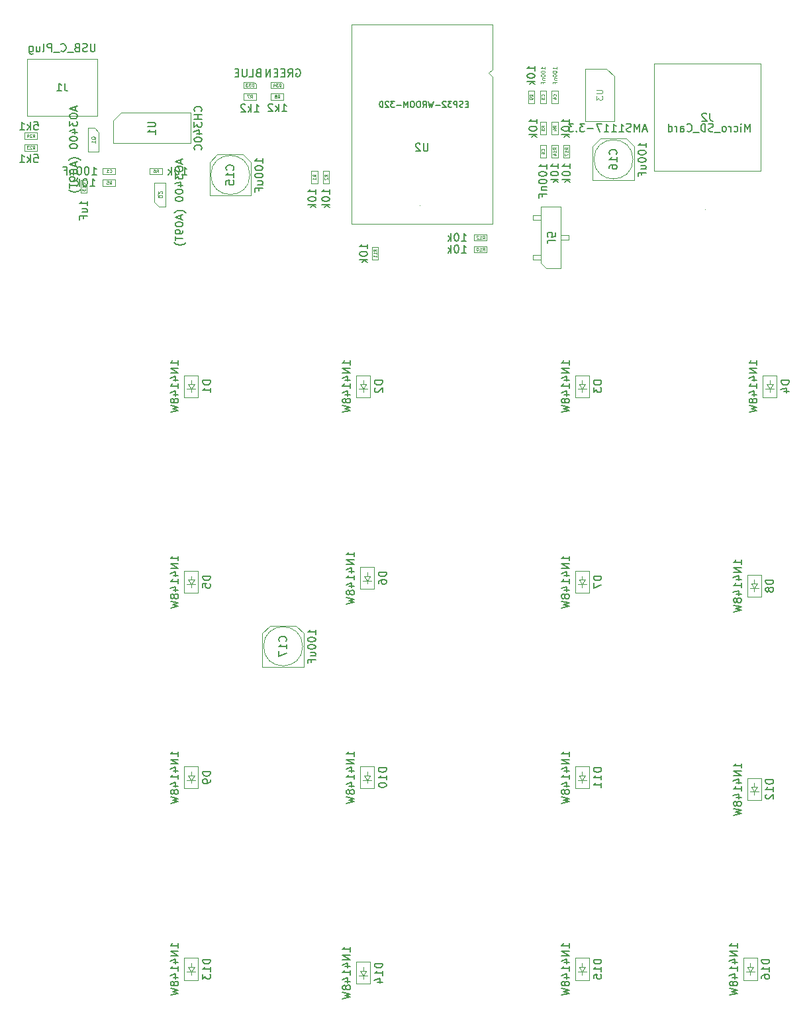
<source format=gbr>
G04 #@! TF.GenerationSoftware,KiCad,Pcbnew,(5.1.4-0-10_14)*
G04 #@! TF.CreationDate,2019-12-13T16:10:25+01:00*
G04 #@! TF.ProjectId,cz-badge-hardware,637a2d62-6164-4676-952d-686172647761,rev?*
G04 #@! TF.SameCoordinates,PX17d7840PY7735940*
G04 #@! TF.FileFunction,Other,Fab,Bot*
%FSLAX46Y46*%
G04 Gerber Fmt 4.6, Leading zero omitted, Abs format (unit mm)*
G04 Created by KiCad (PCBNEW (5.1.4-0-10_14)) date 2019-12-13 16:10:25*
%MOMM*%
%LPD*%
G04 APERTURE LIST*
%ADD10C,0.100000*%
%ADD11C,0.120000*%
%ADD12C,0.150000*%
%ADD13C,0.060000*%
%ADD14C,0.075000*%
%ADD15C,0.125000*%
G04 APERTURE END LIST*
D10*
X35900000Y47900000D02*
X36900000Y46900000D01*
X32600000Y47900000D02*
X31600000Y46900000D01*
X32600000Y47900000D02*
X35900000Y47900000D01*
X36900000Y46900000D02*
X36900000Y42600000D01*
X31600000Y46900000D02*
X31600000Y42600000D01*
X31600000Y42600000D02*
X36900000Y42600000D01*
X36750000Y45250000D02*
G75*
G03X36750000Y45250000I-2500000J0D01*
G01*
X78150000Y110150000D02*
X79150000Y109150000D01*
X74850000Y110150000D02*
X73850000Y109150000D01*
X74850000Y110150000D02*
X78150000Y110150000D01*
X79150000Y109150000D02*
X79150000Y104850000D01*
X73850000Y109150000D02*
X73850000Y104850000D01*
X73850000Y104850000D02*
X79150000Y104850000D01*
X79000000Y107500000D02*
G75*
G03X79000000Y107500000I-2500000J0D01*
G01*
X29150000Y108150000D02*
X30150000Y107150000D01*
X25850000Y108150000D02*
X24850000Y107150000D01*
X25850000Y108150000D02*
X29150000Y108150000D01*
X30150000Y107150000D02*
X30150000Y102850000D01*
X24850000Y107150000D02*
X24850000Y102850000D01*
X24850000Y102850000D02*
X30150000Y102850000D01*
X30000000Y105500000D02*
G75*
G03X30000000Y105500000I-2500000J0D01*
G01*
X66230000Y100340000D02*
X66230000Y99740000D01*
X67230000Y100340000D02*
X66230000Y100340000D01*
X66230000Y99740000D02*
X67230000Y99740000D01*
X70770000Y97800000D02*
X69770000Y97800000D01*
X70770000Y97200000D02*
X70770000Y97800000D01*
X69770000Y97200000D02*
X70770000Y97200000D01*
X66230000Y95260000D02*
X66230000Y94660000D01*
X67230000Y95260000D02*
X66230000Y95260000D01*
X66230000Y94660000D02*
X67230000Y94660000D01*
X67230000Y94225000D02*
X67865000Y93590000D01*
X67230000Y101410000D02*
X67230000Y94225000D01*
X69770000Y101410000D02*
X67230000Y101410000D01*
X69770000Y93590000D02*
X69770000Y101410000D01*
X67865000Y93590000D02*
X69770000Y93590000D01*
X2800000Y110900000D02*
X1200000Y110900000D01*
X2800000Y110100000D02*
X2800000Y110900000D01*
X1200000Y110100000D02*
X2800000Y110100000D01*
X1200000Y110900000D02*
X1200000Y110100000D01*
X1200000Y108600000D02*
X2800000Y108600000D01*
X1200000Y109400000D02*
X1200000Y108600000D01*
X2800000Y109400000D02*
X1200000Y109400000D01*
X2800000Y108600000D02*
X2800000Y109400000D01*
X1530000Y113020000D02*
X10470000Y113020000D01*
X10470000Y113020000D02*
X10470000Y120340000D01*
X10470000Y120340000D02*
X1530000Y120340000D01*
X1530000Y113020000D02*
X1530000Y120340000D01*
X81700000Y106000000D02*
X81700000Y119700000D01*
X81700000Y119700000D02*
X95300000Y119700000D01*
X95300000Y119700000D02*
X95300000Y106000000D01*
X95300000Y106000000D02*
X81700000Y106000000D01*
D11*
X8000000Y106535000D02*
X8000000Y106535000D01*
X51750000Y101615000D02*
X51750000Y101615000D01*
X88250000Y101115000D02*
X88250000Y101115000D01*
D10*
X72900000Y119100000D02*
X72900000Y112400000D01*
X76600000Y112400000D02*
X72900000Y112400000D01*
X75600000Y119100000D02*
X72900000Y119100000D01*
X76600000Y118100000D02*
X76600000Y112400000D01*
X76600000Y118100000D02*
X75600000Y119100000D01*
X9150000Y103200000D02*
X9150000Y104800000D01*
X8350000Y103200000D02*
X9150000Y103200000D01*
X8350000Y104800000D02*
X8350000Y103200000D01*
X9150000Y104800000D02*
X8350000Y104800000D01*
X94900000Y2600000D02*
X94900000Y5400000D01*
X94900000Y5400000D02*
X93100000Y5400000D01*
X93100000Y5400000D02*
X93100000Y2600000D01*
X93100000Y2600000D02*
X94900000Y2600000D01*
X94000000Y3250000D02*
X94000000Y3650000D01*
X94000000Y3650000D02*
X94550000Y3650000D01*
X94000000Y3650000D02*
X93450000Y3650000D01*
X94000000Y3650000D02*
X94400000Y4250000D01*
X94400000Y4250000D02*
X93600000Y4250000D01*
X93600000Y4250000D02*
X94000000Y3650000D01*
X94000000Y4250000D02*
X94000000Y4750000D01*
X73400000Y2600000D02*
X73400000Y5400000D01*
X73400000Y5400000D02*
X71600000Y5400000D01*
X71600000Y5400000D02*
X71600000Y2600000D01*
X71600000Y2600000D02*
X73400000Y2600000D01*
X72500000Y3250000D02*
X72500000Y3650000D01*
X72500000Y3650000D02*
X73050000Y3650000D01*
X72500000Y3650000D02*
X71950000Y3650000D01*
X72500000Y3650000D02*
X72900000Y4250000D01*
X72900000Y4250000D02*
X72100000Y4250000D01*
X72100000Y4250000D02*
X72500000Y3650000D01*
X72500000Y4250000D02*
X72500000Y4750000D01*
X45400000Y2100000D02*
X45400000Y4900000D01*
X45400000Y4900000D02*
X43600000Y4900000D01*
X43600000Y4900000D02*
X43600000Y2100000D01*
X43600000Y2100000D02*
X45400000Y2100000D01*
X44500000Y2750000D02*
X44500000Y3150000D01*
X44500000Y3150000D02*
X45050000Y3150000D01*
X44500000Y3150000D02*
X43950000Y3150000D01*
X44500000Y3150000D02*
X44900000Y3750000D01*
X44900000Y3750000D02*
X44100000Y3750000D01*
X44100000Y3750000D02*
X44500000Y3150000D01*
X44500000Y3750000D02*
X44500000Y4250000D01*
X23400000Y2600000D02*
X23400000Y5400000D01*
X23400000Y5400000D02*
X21600000Y5400000D01*
X21600000Y5400000D02*
X21600000Y2600000D01*
X21600000Y2600000D02*
X23400000Y2600000D01*
X22500000Y3250000D02*
X22500000Y3650000D01*
X22500000Y3650000D02*
X23050000Y3650000D01*
X22500000Y3650000D02*
X21950000Y3650000D01*
X22500000Y3650000D02*
X22900000Y4250000D01*
X22900000Y4250000D02*
X22100000Y4250000D01*
X22100000Y4250000D02*
X22500000Y3650000D01*
X22500000Y4250000D02*
X22500000Y4750000D01*
X95400000Y25600000D02*
X95400000Y28400000D01*
X95400000Y28400000D02*
X93600000Y28400000D01*
X93600000Y28400000D02*
X93600000Y25600000D01*
X93600000Y25600000D02*
X95400000Y25600000D01*
X94500000Y26250000D02*
X94500000Y26650000D01*
X94500000Y26650000D02*
X95050000Y26650000D01*
X94500000Y26650000D02*
X93950000Y26650000D01*
X94500000Y26650000D02*
X94900000Y27250000D01*
X94900000Y27250000D02*
X94100000Y27250000D01*
X94100000Y27250000D02*
X94500000Y26650000D01*
X94500000Y27250000D02*
X94500000Y27750000D01*
X73400000Y27100000D02*
X73400000Y29900000D01*
X73400000Y29900000D02*
X71600000Y29900000D01*
X71600000Y29900000D02*
X71600000Y27100000D01*
X71600000Y27100000D02*
X73400000Y27100000D01*
X72500000Y27750000D02*
X72500000Y28150000D01*
X72500000Y28150000D02*
X73050000Y28150000D01*
X72500000Y28150000D02*
X71950000Y28150000D01*
X72500000Y28150000D02*
X72900000Y28750000D01*
X72900000Y28750000D02*
X72100000Y28750000D01*
X72100000Y28750000D02*
X72500000Y28150000D01*
X72500000Y28750000D02*
X72500000Y29250000D01*
X45900000Y27100000D02*
X45900000Y29900000D01*
X45900000Y29900000D02*
X44100000Y29900000D01*
X44100000Y29900000D02*
X44100000Y27100000D01*
X44100000Y27100000D02*
X45900000Y27100000D01*
X45000000Y27750000D02*
X45000000Y28150000D01*
X45000000Y28150000D02*
X45550000Y28150000D01*
X45000000Y28150000D02*
X44450000Y28150000D01*
X45000000Y28150000D02*
X45400000Y28750000D01*
X45400000Y28750000D02*
X44600000Y28750000D01*
X44600000Y28750000D02*
X45000000Y28150000D01*
X45000000Y28750000D02*
X45000000Y29250000D01*
X23400000Y27100000D02*
X23400000Y29900000D01*
X23400000Y29900000D02*
X21600000Y29900000D01*
X21600000Y29900000D02*
X21600000Y27100000D01*
X21600000Y27100000D02*
X23400000Y27100000D01*
X22500000Y27750000D02*
X22500000Y28150000D01*
X22500000Y28150000D02*
X23050000Y28150000D01*
X22500000Y28150000D02*
X21950000Y28150000D01*
X22500000Y28150000D02*
X22900000Y28750000D01*
X22900000Y28750000D02*
X22100000Y28750000D01*
X22100000Y28750000D02*
X22500000Y28150000D01*
X22500000Y28750000D02*
X22500000Y29250000D01*
X95400000Y51600000D02*
X95400000Y54400000D01*
X95400000Y54400000D02*
X93600000Y54400000D01*
X93600000Y54400000D02*
X93600000Y51600000D01*
X93600000Y51600000D02*
X95400000Y51600000D01*
X94500000Y52250000D02*
X94500000Y52650000D01*
X94500000Y52650000D02*
X95050000Y52650000D01*
X94500000Y52650000D02*
X93950000Y52650000D01*
X94500000Y52650000D02*
X94900000Y53250000D01*
X94900000Y53250000D02*
X94100000Y53250000D01*
X94100000Y53250000D02*
X94500000Y52650000D01*
X94500000Y53250000D02*
X94500000Y53750000D01*
X73400000Y52100000D02*
X73400000Y54900000D01*
X73400000Y54900000D02*
X71600000Y54900000D01*
X71600000Y54900000D02*
X71600000Y52100000D01*
X71600000Y52100000D02*
X73400000Y52100000D01*
X72500000Y52750000D02*
X72500000Y53150000D01*
X72500000Y53150000D02*
X73050000Y53150000D01*
X72500000Y53150000D02*
X71950000Y53150000D01*
X72500000Y53150000D02*
X72900000Y53750000D01*
X72900000Y53750000D02*
X72100000Y53750000D01*
X72100000Y53750000D02*
X72500000Y53150000D01*
X72500000Y53750000D02*
X72500000Y54250000D01*
X45900000Y52600000D02*
X45900000Y55400000D01*
X45900000Y55400000D02*
X44100000Y55400000D01*
X44100000Y55400000D02*
X44100000Y52600000D01*
X44100000Y52600000D02*
X45900000Y52600000D01*
X45000000Y53250000D02*
X45000000Y53650000D01*
X45000000Y53650000D02*
X45550000Y53650000D01*
X45000000Y53650000D02*
X44450000Y53650000D01*
X45000000Y53650000D02*
X45400000Y54250000D01*
X45400000Y54250000D02*
X44600000Y54250000D01*
X44600000Y54250000D02*
X45000000Y53650000D01*
X45000000Y54250000D02*
X45000000Y54750000D01*
X23400000Y52100000D02*
X23400000Y54900000D01*
X23400000Y54900000D02*
X21600000Y54900000D01*
X21600000Y54900000D02*
X21600000Y52100000D01*
X21600000Y52100000D02*
X23400000Y52100000D01*
X22500000Y52750000D02*
X22500000Y53150000D01*
X22500000Y53150000D02*
X23050000Y53150000D01*
X22500000Y53150000D02*
X21950000Y53150000D01*
X22500000Y53150000D02*
X22900000Y53750000D01*
X22900000Y53750000D02*
X22100000Y53750000D01*
X22100000Y53750000D02*
X22500000Y53150000D01*
X22500000Y53750000D02*
X22500000Y54250000D01*
X97400000Y77100000D02*
X97400000Y79900000D01*
X97400000Y79900000D02*
X95600000Y79900000D01*
X95600000Y79900000D02*
X95600000Y77100000D01*
X95600000Y77100000D02*
X97400000Y77100000D01*
X96500000Y77750000D02*
X96500000Y78150000D01*
X96500000Y78150000D02*
X97050000Y78150000D01*
X96500000Y78150000D02*
X95950000Y78150000D01*
X96500000Y78150000D02*
X96900000Y78750000D01*
X96900000Y78750000D02*
X96100000Y78750000D01*
X96100000Y78750000D02*
X96500000Y78150000D01*
X96500000Y78750000D02*
X96500000Y79250000D01*
X73400000Y77100000D02*
X73400000Y79900000D01*
X73400000Y79900000D02*
X71600000Y79900000D01*
X71600000Y79900000D02*
X71600000Y77100000D01*
X71600000Y77100000D02*
X73400000Y77100000D01*
X72500000Y77750000D02*
X72500000Y78150000D01*
X72500000Y78150000D02*
X73050000Y78150000D01*
X72500000Y78150000D02*
X71950000Y78150000D01*
X72500000Y78150000D02*
X72900000Y78750000D01*
X72900000Y78750000D02*
X72100000Y78750000D01*
X72100000Y78750000D02*
X72500000Y78150000D01*
X72500000Y78750000D02*
X72500000Y79250000D01*
X45400000Y77100000D02*
X45400000Y79900000D01*
X45400000Y79900000D02*
X43600000Y79900000D01*
X43600000Y79900000D02*
X43600000Y77100000D01*
X43600000Y77100000D02*
X45400000Y77100000D01*
X44500000Y77750000D02*
X44500000Y78150000D01*
X44500000Y78150000D02*
X45050000Y78150000D01*
X44500000Y78150000D02*
X43950000Y78150000D01*
X44500000Y78150000D02*
X44900000Y78750000D01*
X44900000Y78750000D02*
X44100000Y78750000D01*
X44100000Y78750000D02*
X44500000Y78150000D01*
X44500000Y78750000D02*
X44500000Y79250000D01*
X23400000Y77100000D02*
X23400000Y79900000D01*
X23400000Y79900000D02*
X21600000Y79900000D01*
X21600000Y79900000D02*
X21600000Y77100000D01*
X21600000Y77100000D02*
X23400000Y77100000D01*
X22500000Y77750000D02*
X22500000Y78150000D01*
X22500000Y78150000D02*
X23050000Y78150000D01*
X22500000Y78150000D02*
X21950000Y78150000D01*
X22500000Y78150000D02*
X22900000Y78750000D01*
X22900000Y78750000D02*
X22100000Y78750000D01*
X22100000Y78750000D02*
X22500000Y78150000D01*
X22500000Y78750000D02*
X22500000Y79250000D01*
X61000000Y118020000D02*
X60500000Y118520000D01*
X60500000Y118520000D02*
X61000000Y119020000D01*
X61000000Y118020000D02*
X61000000Y99240000D01*
X61000000Y124745000D02*
X43000000Y124745000D01*
X61000000Y124745000D02*
X61000000Y119020000D01*
X61000000Y99240000D02*
X43000000Y99240000D01*
X43000000Y99240000D02*
X43000000Y124745000D01*
X13525000Y113450000D02*
X12550000Y112475000D01*
X22450000Y113450000D02*
X13525000Y113450000D01*
X22450000Y109550000D02*
X22450000Y113450000D01*
X12550000Y109550000D02*
X22450000Y109550000D01*
X12550000Y112475000D02*
X12550000Y109550000D01*
X70100000Y109290000D02*
X70100000Y107690000D01*
X70900000Y109290000D02*
X70100000Y109290000D01*
X70900000Y107690000D02*
X70900000Y109290000D01*
X70100000Y107690000D02*
X70900000Y107690000D01*
X69400000Y107690000D02*
X69400000Y109290000D01*
X68600000Y107690000D02*
X69400000Y107690000D01*
X68600000Y109290000D02*
X68600000Y107690000D01*
X69400000Y109290000D02*
X68600000Y109290000D01*
X60300000Y97900000D02*
X58700000Y97900000D01*
X60300000Y97100000D02*
X60300000Y97900000D01*
X58700000Y97100000D02*
X60300000Y97100000D01*
X58700000Y97900000D02*
X58700000Y97100000D01*
X45600000Y96300000D02*
X45600000Y94700000D01*
X46400000Y96300000D02*
X45600000Y96300000D01*
X46400000Y94700000D02*
X46400000Y96300000D01*
X45600000Y94700000D02*
X46400000Y94700000D01*
X58700000Y95600000D02*
X60300000Y95600000D01*
X58700000Y96400000D02*
X58700000Y95600000D01*
X60300000Y96400000D02*
X58700000Y96400000D01*
X60300000Y95600000D02*
X60300000Y96400000D01*
X65600000Y116300000D02*
X65600000Y114700000D01*
X66400000Y116300000D02*
X65600000Y116300000D01*
X66400000Y114700000D02*
X66400000Y116300000D01*
X65600000Y114700000D02*
X66400000Y114700000D01*
X32700000Y115100000D02*
X34300000Y115100000D01*
X32700000Y115900000D02*
X32700000Y115100000D01*
X34300000Y115900000D02*
X32700000Y115900000D01*
X34300000Y115100000D02*
X34300000Y115900000D01*
X30800000Y115900000D02*
X29200000Y115900000D01*
X30800000Y115100000D02*
X30800000Y115900000D01*
X29200000Y115100000D02*
X30800000Y115100000D01*
X29200000Y115900000D02*
X29200000Y115100000D01*
X17200000Y105600000D02*
X18800000Y105600000D01*
X17200000Y106400000D02*
X17200000Y105600000D01*
X18800000Y106400000D02*
X17200000Y106400000D01*
X18800000Y105600000D02*
X18800000Y106400000D01*
X11200000Y104100000D02*
X12800000Y104100000D01*
X11200000Y104900000D02*
X11200000Y104100000D01*
X12800000Y104900000D02*
X11200000Y104900000D01*
X12800000Y104100000D02*
X12800000Y104900000D01*
X17800000Y104520000D02*
X19200000Y104520000D01*
X19200000Y101480000D02*
X19200000Y104520000D01*
X17800000Y102050000D02*
X18350000Y101480000D01*
X18350000Y101480000D02*
X19200000Y101480000D01*
X17800000Y102050000D02*
X17800000Y104500000D01*
X10700000Y108480000D02*
X9300000Y108480000D01*
X9300000Y111520000D02*
X9300000Y108480000D01*
X10700000Y110950000D02*
X10150000Y111520000D01*
X10150000Y111520000D02*
X9300000Y111520000D01*
X10700000Y110950000D02*
X10700000Y108500000D01*
X32700000Y116600000D02*
X32700000Y117400000D01*
X34300000Y116600000D02*
X32700000Y116600000D01*
X34300000Y117100000D02*
X34300000Y116600000D01*
X34000000Y117400000D02*
X34300000Y117100000D01*
X32700000Y117400000D02*
X34000000Y117400000D01*
X29200000Y116600000D02*
X29200000Y117400000D01*
X30800000Y116600000D02*
X29200000Y116600000D01*
X30800000Y117100000D02*
X30800000Y116600000D01*
X30500000Y117400000D02*
X30800000Y117100000D01*
X29200000Y117400000D02*
X30500000Y117400000D01*
X67900000Y107700000D02*
X67900000Y109300000D01*
X67100000Y107700000D02*
X67900000Y107700000D01*
X67100000Y109300000D02*
X67100000Y107700000D01*
X67900000Y109300000D02*
X67100000Y109300000D01*
X68600000Y116300000D02*
X68600000Y114700000D01*
X69400000Y116300000D02*
X68600000Y116300000D01*
X69400000Y114700000D02*
X69400000Y116300000D01*
X68600000Y114700000D02*
X69400000Y114700000D01*
X67100000Y116300000D02*
X67100000Y114700000D01*
X67900000Y116300000D02*
X67100000Y116300000D01*
X67900000Y114700000D02*
X67900000Y116300000D01*
X67100000Y114700000D02*
X67900000Y114700000D01*
X12800000Y106400000D02*
X11200000Y106400000D01*
X12800000Y105600000D02*
X12800000Y106400000D01*
X11200000Y105600000D02*
X12800000Y105600000D01*
X11200000Y106400000D02*
X11200000Y105600000D01*
X69400000Y110700000D02*
X69400000Y112300000D01*
X68600000Y110700000D02*
X69400000Y110700000D01*
X68600000Y112300000D02*
X68600000Y110700000D01*
X69400000Y112300000D02*
X68600000Y112300000D01*
X67900000Y110700000D02*
X67900000Y112300000D01*
X67100000Y110700000D02*
X67900000Y110700000D01*
X67100000Y112300000D02*
X67100000Y110700000D01*
X67900000Y112300000D02*
X67100000Y112300000D01*
X40150000Y104450000D02*
X40150000Y106050000D01*
X39350000Y104450000D02*
X40150000Y104450000D01*
X39350000Y106050000D02*
X39350000Y104450000D01*
X40150000Y106050000D02*
X39350000Y106050000D01*
X38650000Y104450000D02*
X38650000Y106050000D01*
X37850000Y104450000D02*
X38650000Y104450000D01*
X37850000Y106050000D02*
X37850000Y104450000D01*
X38650000Y106050000D02*
X37850000Y106050000D01*
D12*
X38402380Y46797620D02*
X38402380Y47369048D01*
X38402380Y47083334D02*
X37402380Y47083334D01*
X37545238Y47178572D01*
X37640476Y47273810D01*
X37688095Y47369048D01*
X37402380Y46178572D02*
X37402380Y46083334D01*
X37450000Y45988096D01*
X37497619Y45940477D01*
X37592857Y45892858D01*
X37783333Y45845239D01*
X38021428Y45845239D01*
X38211904Y45892858D01*
X38307142Y45940477D01*
X38354761Y45988096D01*
X38402380Y46083334D01*
X38402380Y46178572D01*
X38354761Y46273810D01*
X38307142Y46321429D01*
X38211904Y46369048D01*
X38021428Y46416667D01*
X37783333Y46416667D01*
X37592857Y46369048D01*
X37497619Y46321429D01*
X37450000Y46273810D01*
X37402380Y46178572D01*
X37402380Y45226191D02*
X37402380Y45130953D01*
X37450000Y45035715D01*
X37497619Y44988096D01*
X37592857Y44940477D01*
X37783333Y44892858D01*
X38021428Y44892858D01*
X38211904Y44940477D01*
X38307142Y44988096D01*
X38354761Y45035715D01*
X38402380Y45130953D01*
X38402380Y45226191D01*
X38354761Y45321429D01*
X38307142Y45369048D01*
X38211904Y45416667D01*
X38021428Y45464286D01*
X37783333Y45464286D01*
X37592857Y45416667D01*
X37497619Y45369048D01*
X37450000Y45321429D01*
X37402380Y45226191D01*
X37735714Y44035715D02*
X38402380Y44035715D01*
X37735714Y44464286D02*
X38259523Y44464286D01*
X38354761Y44416667D01*
X38402380Y44321429D01*
X38402380Y44178572D01*
X38354761Y44083334D01*
X38307142Y44035715D01*
X37878571Y43226191D02*
X37878571Y43559524D01*
X38402380Y43559524D02*
X37402380Y43559524D01*
X37402380Y43083334D01*
X34607142Y45892858D02*
X34654761Y45940477D01*
X34702380Y46083334D01*
X34702380Y46178572D01*
X34654761Y46321429D01*
X34559523Y46416667D01*
X34464285Y46464286D01*
X34273809Y46511905D01*
X34130952Y46511905D01*
X33940476Y46464286D01*
X33845238Y46416667D01*
X33750000Y46321429D01*
X33702380Y46178572D01*
X33702380Y46083334D01*
X33750000Y45940477D01*
X33797619Y45892858D01*
X34702380Y44940477D02*
X34702380Y45511905D01*
X34702380Y45226191D02*
X33702380Y45226191D01*
X33845238Y45321429D01*
X33940476Y45416667D01*
X33988095Y45511905D01*
X33702380Y44607143D02*
X33702380Y43940477D01*
X34702380Y44369048D01*
X80652380Y109047620D02*
X80652380Y109619048D01*
X80652380Y109333334D02*
X79652380Y109333334D01*
X79795238Y109428572D01*
X79890476Y109523810D01*
X79938095Y109619048D01*
X79652380Y108428572D02*
X79652380Y108333334D01*
X79700000Y108238096D01*
X79747619Y108190477D01*
X79842857Y108142858D01*
X80033333Y108095239D01*
X80271428Y108095239D01*
X80461904Y108142858D01*
X80557142Y108190477D01*
X80604761Y108238096D01*
X80652380Y108333334D01*
X80652380Y108428572D01*
X80604761Y108523810D01*
X80557142Y108571429D01*
X80461904Y108619048D01*
X80271428Y108666667D01*
X80033333Y108666667D01*
X79842857Y108619048D01*
X79747619Y108571429D01*
X79700000Y108523810D01*
X79652380Y108428572D01*
X79652380Y107476191D02*
X79652380Y107380953D01*
X79700000Y107285715D01*
X79747619Y107238096D01*
X79842857Y107190477D01*
X80033333Y107142858D01*
X80271428Y107142858D01*
X80461904Y107190477D01*
X80557142Y107238096D01*
X80604761Y107285715D01*
X80652380Y107380953D01*
X80652380Y107476191D01*
X80604761Y107571429D01*
X80557142Y107619048D01*
X80461904Y107666667D01*
X80271428Y107714286D01*
X80033333Y107714286D01*
X79842857Y107666667D01*
X79747619Y107619048D01*
X79700000Y107571429D01*
X79652380Y107476191D01*
X79985714Y106285715D02*
X80652380Y106285715D01*
X79985714Y106714286D02*
X80509523Y106714286D01*
X80604761Y106666667D01*
X80652380Y106571429D01*
X80652380Y106428572D01*
X80604761Y106333334D01*
X80557142Y106285715D01*
X80128571Y105476191D02*
X80128571Y105809524D01*
X80652380Y105809524D02*
X79652380Y105809524D01*
X79652380Y105333334D01*
X76857142Y108142858D02*
X76904761Y108190477D01*
X76952380Y108333334D01*
X76952380Y108428572D01*
X76904761Y108571429D01*
X76809523Y108666667D01*
X76714285Y108714286D01*
X76523809Y108761905D01*
X76380952Y108761905D01*
X76190476Y108714286D01*
X76095238Y108666667D01*
X76000000Y108571429D01*
X75952380Y108428572D01*
X75952380Y108333334D01*
X76000000Y108190477D01*
X76047619Y108142858D01*
X76952380Y107190477D02*
X76952380Y107761905D01*
X76952380Y107476191D02*
X75952380Y107476191D01*
X76095238Y107571429D01*
X76190476Y107666667D01*
X76238095Y107761905D01*
X75952380Y106333334D02*
X75952380Y106523810D01*
X76000000Y106619048D01*
X76047619Y106666667D01*
X76190476Y106761905D01*
X76380952Y106809524D01*
X76761904Y106809524D01*
X76857142Y106761905D01*
X76904761Y106714286D01*
X76952380Y106619048D01*
X76952380Y106428572D01*
X76904761Y106333334D01*
X76857142Y106285715D01*
X76761904Y106238096D01*
X76523809Y106238096D01*
X76428571Y106285715D01*
X76380952Y106333334D01*
X76333333Y106428572D01*
X76333333Y106619048D01*
X76380952Y106714286D01*
X76428571Y106761905D01*
X76523809Y106809524D01*
X31652380Y107047620D02*
X31652380Y107619048D01*
X31652380Y107333334D02*
X30652380Y107333334D01*
X30795238Y107428572D01*
X30890476Y107523810D01*
X30938095Y107619048D01*
X30652380Y106428572D02*
X30652380Y106333334D01*
X30700000Y106238096D01*
X30747619Y106190477D01*
X30842857Y106142858D01*
X31033333Y106095239D01*
X31271428Y106095239D01*
X31461904Y106142858D01*
X31557142Y106190477D01*
X31604761Y106238096D01*
X31652380Y106333334D01*
X31652380Y106428572D01*
X31604761Y106523810D01*
X31557142Y106571429D01*
X31461904Y106619048D01*
X31271428Y106666667D01*
X31033333Y106666667D01*
X30842857Y106619048D01*
X30747619Y106571429D01*
X30700000Y106523810D01*
X30652380Y106428572D01*
X30652380Y105476191D02*
X30652380Y105380953D01*
X30700000Y105285715D01*
X30747619Y105238096D01*
X30842857Y105190477D01*
X31033333Y105142858D01*
X31271428Y105142858D01*
X31461904Y105190477D01*
X31557142Y105238096D01*
X31604761Y105285715D01*
X31652380Y105380953D01*
X31652380Y105476191D01*
X31604761Y105571429D01*
X31557142Y105619048D01*
X31461904Y105666667D01*
X31271428Y105714286D01*
X31033333Y105714286D01*
X30842857Y105666667D01*
X30747619Y105619048D01*
X30700000Y105571429D01*
X30652380Y105476191D01*
X30985714Y104285715D02*
X31652380Y104285715D01*
X30985714Y104714286D02*
X31509523Y104714286D01*
X31604761Y104666667D01*
X31652380Y104571429D01*
X31652380Y104428572D01*
X31604761Y104333334D01*
X31557142Y104285715D01*
X31128571Y103476191D02*
X31128571Y103809524D01*
X31652380Y103809524D02*
X30652380Y103809524D01*
X30652380Y103333334D01*
X27857142Y106142858D02*
X27904761Y106190477D01*
X27952380Y106333334D01*
X27952380Y106428572D01*
X27904761Y106571429D01*
X27809523Y106666667D01*
X27714285Y106714286D01*
X27523809Y106761905D01*
X27380952Y106761905D01*
X27190476Y106714286D01*
X27095238Y106666667D01*
X27000000Y106571429D01*
X26952380Y106428572D01*
X26952380Y106333334D01*
X27000000Y106190477D01*
X27047619Y106142858D01*
X27952380Y105190477D02*
X27952380Y105761905D01*
X27952380Y105476191D02*
X26952380Y105476191D01*
X27095238Y105571429D01*
X27190476Y105666667D01*
X27238095Y105761905D01*
X26952380Y104285715D02*
X26952380Y104761905D01*
X27428571Y104809524D01*
X27380952Y104761905D01*
X27333333Y104666667D01*
X27333333Y104428572D01*
X27380952Y104333334D01*
X27428571Y104285715D01*
X27523809Y104238096D01*
X27761904Y104238096D01*
X27857142Y104285715D01*
X27904761Y104333334D01*
X27952380Y104428572D01*
X27952380Y104666667D01*
X27904761Y104761905D01*
X27857142Y104809524D01*
X69047619Y97166667D02*
X68333333Y97166667D01*
X68190476Y97119048D01*
X68095238Y97023810D01*
X68047619Y96880953D01*
X68047619Y96785715D01*
X69047619Y98119048D02*
X69047619Y97642858D01*
X68571428Y97595239D01*
X68619047Y97642858D01*
X68666666Y97738096D01*
X68666666Y97976191D01*
X68619047Y98071429D01*
X68571428Y98119048D01*
X68476190Y98166667D01*
X68238095Y98166667D01*
X68142857Y98119048D01*
X68095238Y98071429D01*
X68047619Y97976191D01*
X68047619Y97738096D01*
X68095238Y97642858D01*
X68142857Y97595239D01*
X2392857Y112297620D02*
X2869047Y112297620D01*
X2916666Y111821429D01*
X2869047Y111869048D01*
X2773809Y111916667D01*
X2535714Y111916667D01*
X2440476Y111869048D01*
X2392857Y111821429D01*
X2345238Y111726191D01*
X2345238Y111488096D01*
X2392857Y111392858D01*
X2440476Y111345239D01*
X2535714Y111297620D01*
X2773809Y111297620D01*
X2869047Y111345239D01*
X2916666Y111392858D01*
X1916666Y111297620D02*
X1916666Y112297620D01*
X1821428Y111678572D02*
X1535714Y111297620D01*
X1535714Y111964286D02*
X1916666Y111583334D01*
X583333Y111297620D02*
X1154761Y111297620D01*
X869047Y111297620D02*
X869047Y112297620D01*
X964285Y112154762D01*
X1059523Y112059524D01*
X1154761Y112011905D01*
D13*
X2257142Y110319048D02*
X2390476Y110509524D01*
X2485714Y110319048D02*
X2485714Y110719048D01*
X2333333Y110719048D01*
X2295238Y110700000D01*
X2276190Y110680953D01*
X2257142Y110642858D01*
X2257142Y110585715D01*
X2276190Y110547620D01*
X2295238Y110528572D01*
X2333333Y110509524D01*
X2485714Y110509524D01*
X2104761Y110680953D02*
X2085714Y110700000D01*
X2047619Y110719048D01*
X1952380Y110719048D01*
X1914285Y110700000D01*
X1895238Y110680953D01*
X1876190Y110642858D01*
X1876190Y110604762D01*
X1895238Y110547620D01*
X2123809Y110319048D01*
X1876190Y110319048D01*
X1533333Y110585715D02*
X1533333Y110319048D01*
X1628571Y110738096D02*
X1723809Y110452381D01*
X1476190Y110452381D01*
D12*
X2392857Y108117620D02*
X2869047Y108117620D01*
X2916666Y107641429D01*
X2869047Y107689048D01*
X2773809Y107736667D01*
X2535714Y107736667D01*
X2440476Y107689048D01*
X2392857Y107641429D01*
X2345238Y107546191D01*
X2345238Y107308096D01*
X2392857Y107212858D01*
X2440476Y107165239D01*
X2535714Y107117620D01*
X2773809Y107117620D01*
X2869047Y107165239D01*
X2916666Y107212858D01*
X1916666Y107117620D02*
X1916666Y108117620D01*
X1821428Y107498572D02*
X1535714Y107117620D01*
X1535714Y107784286D02*
X1916666Y107403334D01*
X583333Y107117620D02*
X1154761Y107117620D01*
X869047Y107117620D02*
X869047Y108117620D01*
X964285Y107974762D01*
X1059523Y107879524D01*
X1154761Y107831905D01*
D13*
X2257142Y108819048D02*
X2390476Y109009524D01*
X2485714Y108819048D02*
X2485714Y109219048D01*
X2333333Y109219048D01*
X2295238Y109200000D01*
X2276190Y109180953D01*
X2257142Y109142858D01*
X2257142Y109085715D01*
X2276190Y109047620D01*
X2295238Y109028572D01*
X2333333Y109009524D01*
X2485714Y109009524D01*
X2104761Y109180953D02*
X2085714Y109200000D01*
X2047619Y109219048D01*
X1952380Y109219048D01*
X1914285Y109200000D01*
X1895238Y109180953D01*
X1876190Y109142858D01*
X1876190Y109104762D01*
X1895238Y109047620D01*
X2123809Y108819048D01*
X1876190Y108819048D01*
X1742857Y109219048D02*
X1495238Y109219048D01*
X1628571Y109066667D01*
X1571428Y109066667D01*
X1533333Y109047620D01*
X1514285Y109028572D01*
X1495238Y108990477D01*
X1495238Y108895239D01*
X1514285Y108857143D01*
X1533333Y108838096D01*
X1571428Y108819048D01*
X1685714Y108819048D01*
X1723809Y108838096D01*
X1742857Y108857143D01*
D12*
X10190476Y122287620D02*
X10190476Y121478096D01*
X10142857Y121382858D01*
X10095238Y121335239D01*
X10000000Y121287620D01*
X9809523Y121287620D01*
X9714285Y121335239D01*
X9666666Y121382858D01*
X9619047Y121478096D01*
X9619047Y122287620D01*
X9190476Y121335239D02*
X9047619Y121287620D01*
X8809523Y121287620D01*
X8714285Y121335239D01*
X8666666Y121382858D01*
X8619047Y121478096D01*
X8619047Y121573334D01*
X8666666Y121668572D01*
X8714285Y121716191D01*
X8809523Y121763810D01*
X9000000Y121811429D01*
X9095238Y121859048D01*
X9142857Y121906667D01*
X9190476Y122001905D01*
X9190476Y122097143D01*
X9142857Y122192381D01*
X9095238Y122240000D01*
X9000000Y122287620D01*
X8761904Y122287620D01*
X8619047Y122240000D01*
X7857142Y121811429D02*
X7714285Y121763810D01*
X7666666Y121716191D01*
X7619047Y121620953D01*
X7619047Y121478096D01*
X7666666Y121382858D01*
X7714285Y121335239D01*
X7809523Y121287620D01*
X8190476Y121287620D01*
X8190476Y122287620D01*
X7857142Y122287620D01*
X7761904Y122240000D01*
X7714285Y122192381D01*
X7666666Y122097143D01*
X7666666Y122001905D01*
X7714285Y121906667D01*
X7761904Y121859048D01*
X7857142Y121811429D01*
X8190476Y121811429D01*
X7428571Y121192381D02*
X6666666Y121192381D01*
X5857142Y121382858D02*
X5904761Y121335239D01*
X6047619Y121287620D01*
X6142857Y121287620D01*
X6285714Y121335239D01*
X6380952Y121430477D01*
X6428571Y121525715D01*
X6476190Y121716191D01*
X6476190Y121859048D01*
X6428571Y122049524D01*
X6380952Y122144762D01*
X6285714Y122240000D01*
X6142857Y122287620D01*
X6047619Y122287620D01*
X5904761Y122240000D01*
X5857142Y122192381D01*
X5666666Y121192381D02*
X4904761Y121192381D01*
X4666666Y121287620D02*
X4666666Y122287620D01*
X4285714Y122287620D01*
X4190476Y122240000D01*
X4142857Y122192381D01*
X4095238Y122097143D01*
X4095238Y121954286D01*
X4142857Y121859048D01*
X4190476Y121811429D01*
X4285714Y121763810D01*
X4666666Y121763810D01*
X3523809Y121287620D02*
X3619047Y121335239D01*
X3666666Y121430477D01*
X3666666Y122287620D01*
X2714285Y121954286D02*
X2714285Y121287620D01*
X3142857Y121954286D02*
X3142857Y121430477D01*
X3095238Y121335239D01*
X3000000Y121287620D01*
X2857142Y121287620D01*
X2761904Y121335239D01*
X2714285Y121382858D01*
X1809523Y121954286D02*
X1809523Y121144762D01*
X1857142Y121049524D01*
X1904761Y121001905D01*
X2000000Y120954286D01*
X2142857Y120954286D01*
X2238095Y121001905D01*
X1809523Y121335239D02*
X1904761Y121287620D01*
X2095238Y121287620D01*
X2190476Y121335239D01*
X2238095Y121382858D01*
X2285714Y121478096D01*
X2285714Y121763810D01*
X2238095Y121859048D01*
X2190476Y121906667D01*
X2095238Y121954286D01*
X1904761Y121954286D01*
X1809523Y121906667D01*
X6333333Y117227620D02*
X6333333Y116513334D01*
X6380952Y116370477D01*
X6476190Y116275239D01*
X6619047Y116227620D01*
X6714285Y116227620D01*
X5333333Y116227620D02*
X5904761Y116227620D01*
X5619047Y116227620D02*
X5619047Y117227620D01*
X5714285Y117084762D01*
X5809523Y116989524D01*
X5904761Y116941905D01*
X93964285Y111047620D02*
X93964285Y112047620D01*
X93630952Y111333334D01*
X93297619Y112047620D01*
X93297619Y111047620D01*
X92821428Y111047620D02*
X92821428Y111714286D01*
X92821428Y112047620D02*
X92869047Y112000000D01*
X92821428Y111952381D01*
X92773809Y112000000D01*
X92821428Y112047620D01*
X92821428Y111952381D01*
X91916666Y111095239D02*
X92011904Y111047620D01*
X92202380Y111047620D01*
X92297619Y111095239D01*
X92345238Y111142858D01*
X92392857Y111238096D01*
X92392857Y111523810D01*
X92345238Y111619048D01*
X92297619Y111666667D01*
X92202380Y111714286D01*
X92011904Y111714286D01*
X91916666Y111666667D01*
X91488095Y111047620D02*
X91488095Y111714286D01*
X91488095Y111523810D02*
X91440476Y111619048D01*
X91392857Y111666667D01*
X91297619Y111714286D01*
X91202380Y111714286D01*
X90726190Y111047620D02*
X90821428Y111095239D01*
X90869047Y111142858D01*
X90916666Y111238096D01*
X90916666Y111523810D01*
X90869047Y111619048D01*
X90821428Y111666667D01*
X90726190Y111714286D01*
X90583333Y111714286D01*
X90488095Y111666667D01*
X90440476Y111619048D01*
X90392857Y111523810D01*
X90392857Y111238096D01*
X90440476Y111142858D01*
X90488095Y111095239D01*
X90583333Y111047620D01*
X90726190Y111047620D01*
X90202380Y110952381D02*
X89440476Y110952381D01*
X89250000Y111095239D02*
X89107142Y111047620D01*
X88869047Y111047620D01*
X88773809Y111095239D01*
X88726190Y111142858D01*
X88678571Y111238096D01*
X88678571Y111333334D01*
X88726190Y111428572D01*
X88773809Y111476191D01*
X88869047Y111523810D01*
X89059523Y111571429D01*
X89154761Y111619048D01*
X89202380Y111666667D01*
X89250000Y111761905D01*
X89250000Y111857143D01*
X89202380Y111952381D01*
X89154761Y112000000D01*
X89059523Y112047620D01*
X88821428Y112047620D01*
X88678571Y112000000D01*
X88250000Y111047620D02*
X88250000Y112047620D01*
X88011904Y112047620D01*
X87869047Y112000000D01*
X87773809Y111904762D01*
X87726190Y111809524D01*
X87678571Y111619048D01*
X87678571Y111476191D01*
X87726190Y111285715D01*
X87773809Y111190477D01*
X87869047Y111095239D01*
X88011904Y111047620D01*
X88250000Y111047620D01*
X87488095Y110952381D02*
X86726190Y110952381D01*
X85916666Y111142858D02*
X85964285Y111095239D01*
X86107142Y111047620D01*
X86202380Y111047620D01*
X86345238Y111095239D01*
X86440476Y111190477D01*
X86488095Y111285715D01*
X86535714Y111476191D01*
X86535714Y111619048D01*
X86488095Y111809524D01*
X86440476Y111904762D01*
X86345238Y112000000D01*
X86202380Y112047620D01*
X86107142Y112047620D01*
X85964285Y112000000D01*
X85916666Y111952381D01*
X85059523Y111047620D02*
X85059523Y111571429D01*
X85107142Y111666667D01*
X85202380Y111714286D01*
X85392857Y111714286D01*
X85488095Y111666667D01*
X85059523Y111095239D02*
X85154761Y111047620D01*
X85392857Y111047620D01*
X85488095Y111095239D01*
X85535714Y111190477D01*
X85535714Y111285715D01*
X85488095Y111380953D01*
X85392857Y111428572D01*
X85154761Y111428572D01*
X85059523Y111476191D01*
X84583333Y111047620D02*
X84583333Y111714286D01*
X84583333Y111523810D02*
X84535714Y111619048D01*
X84488095Y111666667D01*
X84392857Y111714286D01*
X84297619Y111714286D01*
X83535714Y111047620D02*
X83535714Y112047620D01*
X83535714Y111095239D02*
X83630952Y111047620D01*
X83821428Y111047620D01*
X83916666Y111095239D01*
X83964285Y111142858D01*
X84011904Y111238096D01*
X84011904Y111523810D01*
X83964285Y111619048D01*
X83916666Y111666667D01*
X83821428Y111714286D01*
X83630952Y111714286D01*
X83535714Y111666667D01*
X88833333Y113397620D02*
X88833333Y112683334D01*
X88880952Y112540477D01*
X88976190Y112445239D01*
X89119047Y112397620D01*
X89214285Y112397620D01*
X88404761Y113302381D02*
X88357142Y113350000D01*
X88261904Y113397620D01*
X88023809Y113397620D01*
X87928571Y113350000D01*
X87880952Y113302381D01*
X87833333Y113207143D01*
X87833333Y113111905D01*
X87880952Y112969048D01*
X88452380Y112397620D01*
X87833333Y112397620D01*
X80750000Y111333334D02*
X80273809Y111333334D01*
X80845238Y111047620D02*
X80511904Y112047620D01*
X80178571Y111047620D01*
X79845238Y111047620D02*
X79845238Y112047620D01*
X79511904Y111333334D01*
X79178571Y112047620D01*
X79178571Y111047620D01*
X78750000Y111095239D02*
X78607142Y111047620D01*
X78369047Y111047620D01*
X78273809Y111095239D01*
X78226190Y111142858D01*
X78178571Y111238096D01*
X78178571Y111333334D01*
X78226190Y111428572D01*
X78273809Y111476191D01*
X78369047Y111523810D01*
X78559523Y111571429D01*
X78654761Y111619048D01*
X78702380Y111666667D01*
X78750000Y111761905D01*
X78750000Y111857143D01*
X78702380Y111952381D01*
X78654761Y112000000D01*
X78559523Y112047620D01*
X78321428Y112047620D01*
X78178571Y112000000D01*
X77226190Y111047620D02*
X77797619Y111047620D01*
X77511904Y111047620D02*
X77511904Y112047620D01*
X77607142Y111904762D01*
X77702380Y111809524D01*
X77797619Y111761905D01*
X76273809Y111047620D02*
X76845238Y111047620D01*
X76559523Y111047620D02*
X76559523Y112047620D01*
X76654761Y111904762D01*
X76750000Y111809524D01*
X76845238Y111761905D01*
X75321428Y111047620D02*
X75892857Y111047620D01*
X75607142Y111047620D02*
X75607142Y112047620D01*
X75702380Y111904762D01*
X75797619Y111809524D01*
X75892857Y111761905D01*
X74988095Y112047620D02*
X74321428Y112047620D01*
X74750000Y111047620D01*
X73940476Y111428572D02*
X73178571Y111428572D01*
X72797619Y112047620D02*
X72178571Y112047620D01*
X72511904Y111666667D01*
X72369047Y111666667D01*
X72273809Y111619048D01*
X72226190Y111571429D01*
X72178571Y111476191D01*
X72178571Y111238096D01*
X72226190Y111142858D01*
X72273809Y111095239D01*
X72369047Y111047620D01*
X72654761Y111047620D01*
X72750000Y111095239D01*
X72797619Y111142858D01*
X71750000Y111142858D02*
X71702380Y111095239D01*
X71750000Y111047620D01*
X71797619Y111095239D01*
X71750000Y111142858D01*
X71750000Y111047620D01*
X71369047Y112047620D02*
X70750000Y112047620D01*
X71083333Y111666667D01*
X70940476Y111666667D01*
X70845238Y111619048D01*
X70797619Y111571429D01*
X70750000Y111476191D01*
X70750000Y111238096D01*
X70797619Y111142858D01*
X70845238Y111095239D01*
X70940476Y111047620D01*
X71226190Y111047620D01*
X71321428Y111095239D01*
X71369047Y111142858D01*
D11*
X74311904Y116359524D02*
X74959523Y116359524D01*
X75035714Y116321429D01*
X75073809Y116283334D01*
X75111904Y116207143D01*
X75111904Y116054762D01*
X75073809Y115978572D01*
X75035714Y115940477D01*
X74959523Y115902381D01*
X74311904Y115902381D01*
X74311904Y115597620D02*
X74311904Y115102381D01*
X74616666Y115369048D01*
X74616666Y115254762D01*
X74654761Y115178572D01*
X74692857Y115140477D01*
X74769047Y115102381D01*
X74959523Y115102381D01*
X75035714Y115140477D01*
X75073809Y115178572D01*
X75111904Y115254762D01*
X75111904Y115483334D01*
X75073809Y115559524D01*
X75035714Y115597620D01*
D12*
X9202380Y101595239D02*
X9202380Y102166667D01*
X9202380Y101880953D02*
X8202380Y101880953D01*
X8345238Y101976191D01*
X8440476Y102071429D01*
X8488095Y102166667D01*
X8535714Y100738096D02*
X9202380Y100738096D01*
X8535714Y101166667D02*
X9059523Y101166667D01*
X9154761Y101119048D01*
X9202380Y101023810D01*
X9202380Y100880953D01*
X9154761Y100785715D01*
X9107142Y100738096D01*
X8678571Y99928572D02*
X8678571Y100261905D01*
X9202380Y100261905D02*
X8202380Y100261905D01*
X8202380Y99785715D01*
D13*
X8892857Y104257143D02*
X8911904Y104276191D01*
X8930952Y104333334D01*
X8930952Y104371429D01*
X8911904Y104428572D01*
X8873809Y104466667D01*
X8835714Y104485715D01*
X8759523Y104504762D01*
X8702380Y104504762D01*
X8626190Y104485715D01*
X8588095Y104466667D01*
X8550000Y104428572D01*
X8530952Y104371429D01*
X8530952Y104333334D01*
X8550000Y104276191D01*
X8569047Y104257143D01*
X8930952Y103876191D02*
X8930952Y104104762D01*
X8930952Y103990477D02*
X8530952Y103990477D01*
X8588095Y104028572D01*
X8626190Y104066667D01*
X8645238Y104104762D01*
X8530952Y103742858D02*
X8530952Y103495239D01*
X8683333Y103628572D01*
X8683333Y103571429D01*
X8702380Y103533334D01*
X8721428Y103514286D01*
X8759523Y103495239D01*
X8854761Y103495239D01*
X8892857Y103514286D01*
X8911904Y103533334D01*
X8930952Y103571429D01*
X8930952Y103685715D01*
X8911904Y103723810D01*
X8892857Y103742858D01*
D12*
X92352380Y6714286D02*
X92352380Y7285715D01*
X92352380Y7000000D02*
X91352380Y7000000D01*
X91495238Y7095239D01*
X91590476Y7190477D01*
X91638095Y7285715D01*
X92352380Y6285715D02*
X91352380Y6285715D01*
X92352380Y5714286D01*
X91352380Y5714286D01*
X91685714Y4809524D02*
X92352380Y4809524D01*
X91304761Y5047620D02*
X92019047Y5285715D01*
X92019047Y4666667D01*
X92352380Y3761905D02*
X92352380Y4333334D01*
X92352380Y4047620D02*
X91352380Y4047620D01*
X91495238Y4142858D01*
X91590476Y4238096D01*
X91638095Y4333334D01*
X91685714Y2904762D02*
X92352380Y2904762D01*
X91304761Y3142858D02*
X92019047Y3380953D01*
X92019047Y2761905D01*
X91780952Y2238096D02*
X91733333Y2333334D01*
X91685714Y2380953D01*
X91590476Y2428572D01*
X91542857Y2428572D01*
X91447619Y2380953D01*
X91400000Y2333334D01*
X91352380Y2238096D01*
X91352380Y2047620D01*
X91400000Y1952381D01*
X91447619Y1904762D01*
X91542857Y1857143D01*
X91590476Y1857143D01*
X91685714Y1904762D01*
X91733333Y1952381D01*
X91780952Y2047620D01*
X91780952Y2238096D01*
X91828571Y2333334D01*
X91876190Y2380953D01*
X91971428Y2428572D01*
X92161904Y2428572D01*
X92257142Y2380953D01*
X92304761Y2333334D01*
X92352380Y2238096D01*
X92352380Y2047620D01*
X92304761Y1952381D01*
X92257142Y1904762D01*
X92161904Y1857143D01*
X91971428Y1857143D01*
X91876190Y1904762D01*
X91828571Y1952381D01*
X91780952Y2047620D01*
X91352380Y1523810D02*
X92352380Y1285715D01*
X91638095Y1095239D01*
X92352380Y904762D01*
X91352380Y666667D01*
X96452380Y5214286D02*
X95452380Y5214286D01*
X95452380Y4976191D01*
X95500000Y4833334D01*
X95595238Y4738096D01*
X95690476Y4690477D01*
X95880952Y4642858D01*
X96023809Y4642858D01*
X96214285Y4690477D01*
X96309523Y4738096D01*
X96404761Y4833334D01*
X96452380Y4976191D01*
X96452380Y5214286D01*
X96452380Y3690477D02*
X96452380Y4261905D01*
X96452380Y3976191D02*
X95452380Y3976191D01*
X95595238Y4071429D01*
X95690476Y4166667D01*
X95738095Y4261905D01*
X95452380Y2833334D02*
X95452380Y3023810D01*
X95500000Y3119048D01*
X95547619Y3166667D01*
X95690476Y3261905D01*
X95880952Y3309524D01*
X96261904Y3309524D01*
X96357142Y3261905D01*
X96404761Y3214286D01*
X96452380Y3119048D01*
X96452380Y2928572D01*
X96404761Y2833334D01*
X96357142Y2785715D01*
X96261904Y2738096D01*
X96023809Y2738096D01*
X95928571Y2785715D01*
X95880952Y2833334D01*
X95833333Y2928572D01*
X95833333Y3119048D01*
X95880952Y3214286D01*
X95928571Y3261905D01*
X96023809Y3309524D01*
X70852380Y6714286D02*
X70852380Y7285715D01*
X70852380Y7000000D02*
X69852380Y7000000D01*
X69995238Y7095239D01*
X70090476Y7190477D01*
X70138095Y7285715D01*
X70852380Y6285715D02*
X69852380Y6285715D01*
X70852380Y5714286D01*
X69852380Y5714286D01*
X70185714Y4809524D02*
X70852380Y4809524D01*
X69804761Y5047620D02*
X70519047Y5285715D01*
X70519047Y4666667D01*
X70852380Y3761905D02*
X70852380Y4333334D01*
X70852380Y4047620D02*
X69852380Y4047620D01*
X69995238Y4142858D01*
X70090476Y4238096D01*
X70138095Y4333334D01*
X70185714Y2904762D02*
X70852380Y2904762D01*
X69804761Y3142858D02*
X70519047Y3380953D01*
X70519047Y2761905D01*
X70280952Y2238096D02*
X70233333Y2333334D01*
X70185714Y2380953D01*
X70090476Y2428572D01*
X70042857Y2428572D01*
X69947619Y2380953D01*
X69900000Y2333334D01*
X69852380Y2238096D01*
X69852380Y2047620D01*
X69900000Y1952381D01*
X69947619Y1904762D01*
X70042857Y1857143D01*
X70090476Y1857143D01*
X70185714Y1904762D01*
X70233333Y1952381D01*
X70280952Y2047620D01*
X70280952Y2238096D01*
X70328571Y2333334D01*
X70376190Y2380953D01*
X70471428Y2428572D01*
X70661904Y2428572D01*
X70757142Y2380953D01*
X70804761Y2333334D01*
X70852380Y2238096D01*
X70852380Y2047620D01*
X70804761Y1952381D01*
X70757142Y1904762D01*
X70661904Y1857143D01*
X70471428Y1857143D01*
X70376190Y1904762D01*
X70328571Y1952381D01*
X70280952Y2047620D01*
X69852380Y1523810D02*
X70852380Y1285715D01*
X70138095Y1095239D01*
X70852380Y904762D01*
X69852380Y666667D01*
X74952380Y5214286D02*
X73952380Y5214286D01*
X73952380Y4976191D01*
X74000000Y4833334D01*
X74095238Y4738096D01*
X74190476Y4690477D01*
X74380952Y4642858D01*
X74523809Y4642858D01*
X74714285Y4690477D01*
X74809523Y4738096D01*
X74904761Y4833334D01*
X74952380Y4976191D01*
X74952380Y5214286D01*
X74952380Y3690477D02*
X74952380Y4261905D01*
X74952380Y3976191D02*
X73952380Y3976191D01*
X74095238Y4071429D01*
X74190476Y4166667D01*
X74238095Y4261905D01*
X73952380Y2785715D02*
X73952380Y3261905D01*
X74428571Y3309524D01*
X74380952Y3261905D01*
X74333333Y3166667D01*
X74333333Y2928572D01*
X74380952Y2833334D01*
X74428571Y2785715D01*
X74523809Y2738096D01*
X74761904Y2738096D01*
X74857142Y2785715D01*
X74904761Y2833334D01*
X74952380Y2928572D01*
X74952380Y3166667D01*
X74904761Y3261905D01*
X74857142Y3309524D01*
X42852380Y6214286D02*
X42852380Y6785715D01*
X42852380Y6500000D02*
X41852380Y6500000D01*
X41995238Y6595239D01*
X42090476Y6690477D01*
X42138095Y6785715D01*
X42852380Y5785715D02*
X41852380Y5785715D01*
X42852380Y5214286D01*
X41852380Y5214286D01*
X42185714Y4309524D02*
X42852380Y4309524D01*
X41804761Y4547620D02*
X42519047Y4785715D01*
X42519047Y4166667D01*
X42852380Y3261905D02*
X42852380Y3833334D01*
X42852380Y3547620D02*
X41852380Y3547620D01*
X41995238Y3642858D01*
X42090476Y3738096D01*
X42138095Y3833334D01*
X42185714Y2404762D02*
X42852380Y2404762D01*
X41804761Y2642858D02*
X42519047Y2880953D01*
X42519047Y2261905D01*
X42280952Y1738096D02*
X42233333Y1833334D01*
X42185714Y1880953D01*
X42090476Y1928572D01*
X42042857Y1928572D01*
X41947619Y1880953D01*
X41900000Y1833334D01*
X41852380Y1738096D01*
X41852380Y1547620D01*
X41900000Y1452381D01*
X41947619Y1404762D01*
X42042857Y1357143D01*
X42090476Y1357143D01*
X42185714Y1404762D01*
X42233333Y1452381D01*
X42280952Y1547620D01*
X42280952Y1738096D01*
X42328571Y1833334D01*
X42376190Y1880953D01*
X42471428Y1928572D01*
X42661904Y1928572D01*
X42757142Y1880953D01*
X42804761Y1833334D01*
X42852380Y1738096D01*
X42852380Y1547620D01*
X42804761Y1452381D01*
X42757142Y1404762D01*
X42661904Y1357143D01*
X42471428Y1357143D01*
X42376190Y1404762D01*
X42328571Y1452381D01*
X42280952Y1547620D01*
X41852380Y1023810D02*
X42852380Y785715D01*
X42138095Y595239D01*
X42852380Y404762D01*
X41852380Y166667D01*
X46952380Y4714286D02*
X45952380Y4714286D01*
X45952380Y4476191D01*
X46000000Y4333334D01*
X46095238Y4238096D01*
X46190476Y4190477D01*
X46380952Y4142858D01*
X46523809Y4142858D01*
X46714285Y4190477D01*
X46809523Y4238096D01*
X46904761Y4333334D01*
X46952380Y4476191D01*
X46952380Y4714286D01*
X46952380Y3190477D02*
X46952380Y3761905D01*
X46952380Y3476191D02*
X45952380Y3476191D01*
X46095238Y3571429D01*
X46190476Y3666667D01*
X46238095Y3761905D01*
X46285714Y2333334D02*
X46952380Y2333334D01*
X45904761Y2571429D02*
X46619047Y2809524D01*
X46619047Y2190477D01*
X20852380Y6714286D02*
X20852380Y7285715D01*
X20852380Y7000000D02*
X19852380Y7000000D01*
X19995238Y7095239D01*
X20090476Y7190477D01*
X20138095Y7285715D01*
X20852380Y6285715D02*
X19852380Y6285715D01*
X20852380Y5714286D01*
X19852380Y5714286D01*
X20185714Y4809524D02*
X20852380Y4809524D01*
X19804761Y5047620D02*
X20519047Y5285715D01*
X20519047Y4666667D01*
X20852380Y3761905D02*
X20852380Y4333334D01*
X20852380Y4047620D02*
X19852380Y4047620D01*
X19995238Y4142858D01*
X20090476Y4238096D01*
X20138095Y4333334D01*
X20185714Y2904762D02*
X20852380Y2904762D01*
X19804761Y3142858D02*
X20519047Y3380953D01*
X20519047Y2761905D01*
X20280952Y2238096D02*
X20233333Y2333334D01*
X20185714Y2380953D01*
X20090476Y2428572D01*
X20042857Y2428572D01*
X19947619Y2380953D01*
X19900000Y2333334D01*
X19852380Y2238096D01*
X19852380Y2047620D01*
X19900000Y1952381D01*
X19947619Y1904762D01*
X20042857Y1857143D01*
X20090476Y1857143D01*
X20185714Y1904762D01*
X20233333Y1952381D01*
X20280952Y2047620D01*
X20280952Y2238096D01*
X20328571Y2333334D01*
X20376190Y2380953D01*
X20471428Y2428572D01*
X20661904Y2428572D01*
X20757142Y2380953D01*
X20804761Y2333334D01*
X20852380Y2238096D01*
X20852380Y2047620D01*
X20804761Y1952381D01*
X20757142Y1904762D01*
X20661904Y1857143D01*
X20471428Y1857143D01*
X20376190Y1904762D01*
X20328571Y1952381D01*
X20280952Y2047620D01*
X19852380Y1523810D02*
X20852380Y1285715D01*
X20138095Y1095239D01*
X20852380Y904762D01*
X19852380Y666667D01*
X24952380Y5214286D02*
X23952380Y5214286D01*
X23952380Y4976191D01*
X24000000Y4833334D01*
X24095238Y4738096D01*
X24190476Y4690477D01*
X24380952Y4642858D01*
X24523809Y4642858D01*
X24714285Y4690477D01*
X24809523Y4738096D01*
X24904761Y4833334D01*
X24952380Y4976191D01*
X24952380Y5214286D01*
X24952380Y3690477D02*
X24952380Y4261905D01*
X24952380Y3976191D02*
X23952380Y3976191D01*
X24095238Y4071429D01*
X24190476Y4166667D01*
X24238095Y4261905D01*
X23952380Y3357143D02*
X23952380Y2738096D01*
X24333333Y3071429D01*
X24333333Y2928572D01*
X24380952Y2833334D01*
X24428571Y2785715D01*
X24523809Y2738096D01*
X24761904Y2738096D01*
X24857142Y2785715D01*
X24904761Y2833334D01*
X24952380Y2928572D01*
X24952380Y3214286D01*
X24904761Y3309524D01*
X24857142Y3357143D01*
X92852380Y29714286D02*
X92852380Y30285715D01*
X92852380Y30000000D02*
X91852380Y30000000D01*
X91995238Y30095239D01*
X92090476Y30190477D01*
X92138095Y30285715D01*
X92852380Y29285715D02*
X91852380Y29285715D01*
X92852380Y28714286D01*
X91852380Y28714286D01*
X92185714Y27809524D02*
X92852380Y27809524D01*
X91804761Y28047620D02*
X92519047Y28285715D01*
X92519047Y27666667D01*
X92852380Y26761905D02*
X92852380Y27333334D01*
X92852380Y27047620D02*
X91852380Y27047620D01*
X91995238Y27142858D01*
X92090476Y27238096D01*
X92138095Y27333334D01*
X92185714Y25904762D02*
X92852380Y25904762D01*
X91804761Y26142858D02*
X92519047Y26380953D01*
X92519047Y25761905D01*
X92280952Y25238096D02*
X92233333Y25333334D01*
X92185714Y25380953D01*
X92090476Y25428572D01*
X92042857Y25428572D01*
X91947619Y25380953D01*
X91900000Y25333334D01*
X91852380Y25238096D01*
X91852380Y25047620D01*
X91900000Y24952381D01*
X91947619Y24904762D01*
X92042857Y24857143D01*
X92090476Y24857143D01*
X92185714Y24904762D01*
X92233333Y24952381D01*
X92280952Y25047620D01*
X92280952Y25238096D01*
X92328571Y25333334D01*
X92376190Y25380953D01*
X92471428Y25428572D01*
X92661904Y25428572D01*
X92757142Y25380953D01*
X92804761Y25333334D01*
X92852380Y25238096D01*
X92852380Y25047620D01*
X92804761Y24952381D01*
X92757142Y24904762D01*
X92661904Y24857143D01*
X92471428Y24857143D01*
X92376190Y24904762D01*
X92328571Y24952381D01*
X92280952Y25047620D01*
X91852380Y24523810D02*
X92852380Y24285715D01*
X92138095Y24095239D01*
X92852380Y23904762D01*
X91852380Y23666667D01*
X96952380Y28214286D02*
X95952380Y28214286D01*
X95952380Y27976191D01*
X96000000Y27833334D01*
X96095238Y27738096D01*
X96190476Y27690477D01*
X96380952Y27642858D01*
X96523809Y27642858D01*
X96714285Y27690477D01*
X96809523Y27738096D01*
X96904761Y27833334D01*
X96952380Y27976191D01*
X96952380Y28214286D01*
X96952380Y26690477D02*
X96952380Y27261905D01*
X96952380Y26976191D02*
X95952380Y26976191D01*
X96095238Y27071429D01*
X96190476Y27166667D01*
X96238095Y27261905D01*
X96047619Y26309524D02*
X96000000Y26261905D01*
X95952380Y26166667D01*
X95952380Y25928572D01*
X96000000Y25833334D01*
X96047619Y25785715D01*
X96142857Y25738096D01*
X96238095Y25738096D01*
X96380952Y25785715D01*
X96952380Y26357143D01*
X96952380Y25738096D01*
X70852380Y31214286D02*
X70852380Y31785715D01*
X70852380Y31500000D02*
X69852380Y31500000D01*
X69995238Y31595239D01*
X70090476Y31690477D01*
X70138095Y31785715D01*
X70852380Y30785715D02*
X69852380Y30785715D01*
X70852380Y30214286D01*
X69852380Y30214286D01*
X70185714Y29309524D02*
X70852380Y29309524D01*
X69804761Y29547620D02*
X70519047Y29785715D01*
X70519047Y29166667D01*
X70852380Y28261905D02*
X70852380Y28833334D01*
X70852380Y28547620D02*
X69852380Y28547620D01*
X69995238Y28642858D01*
X70090476Y28738096D01*
X70138095Y28833334D01*
X70185714Y27404762D02*
X70852380Y27404762D01*
X69804761Y27642858D02*
X70519047Y27880953D01*
X70519047Y27261905D01*
X70280952Y26738096D02*
X70233333Y26833334D01*
X70185714Y26880953D01*
X70090476Y26928572D01*
X70042857Y26928572D01*
X69947619Y26880953D01*
X69900000Y26833334D01*
X69852380Y26738096D01*
X69852380Y26547620D01*
X69900000Y26452381D01*
X69947619Y26404762D01*
X70042857Y26357143D01*
X70090476Y26357143D01*
X70185714Y26404762D01*
X70233333Y26452381D01*
X70280952Y26547620D01*
X70280952Y26738096D01*
X70328571Y26833334D01*
X70376190Y26880953D01*
X70471428Y26928572D01*
X70661904Y26928572D01*
X70757142Y26880953D01*
X70804761Y26833334D01*
X70852380Y26738096D01*
X70852380Y26547620D01*
X70804761Y26452381D01*
X70757142Y26404762D01*
X70661904Y26357143D01*
X70471428Y26357143D01*
X70376190Y26404762D01*
X70328571Y26452381D01*
X70280952Y26547620D01*
X69852380Y26023810D02*
X70852380Y25785715D01*
X70138095Y25595239D01*
X70852380Y25404762D01*
X69852380Y25166667D01*
X74952380Y29714286D02*
X73952380Y29714286D01*
X73952380Y29476191D01*
X74000000Y29333334D01*
X74095238Y29238096D01*
X74190476Y29190477D01*
X74380952Y29142858D01*
X74523809Y29142858D01*
X74714285Y29190477D01*
X74809523Y29238096D01*
X74904761Y29333334D01*
X74952380Y29476191D01*
X74952380Y29714286D01*
X74952380Y28190477D02*
X74952380Y28761905D01*
X74952380Y28476191D02*
X73952380Y28476191D01*
X74095238Y28571429D01*
X74190476Y28666667D01*
X74238095Y28761905D01*
X74952380Y27238096D02*
X74952380Y27809524D01*
X74952380Y27523810D02*
X73952380Y27523810D01*
X74095238Y27619048D01*
X74190476Y27714286D01*
X74238095Y27809524D01*
X43352380Y31214286D02*
X43352380Y31785715D01*
X43352380Y31500000D02*
X42352380Y31500000D01*
X42495238Y31595239D01*
X42590476Y31690477D01*
X42638095Y31785715D01*
X43352380Y30785715D02*
X42352380Y30785715D01*
X43352380Y30214286D01*
X42352380Y30214286D01*
X42685714Y29309524D02*
X43352380Y29309524D01*
X42304761Y29547620D02*
X43019047Y29785715D01*
X43019047Y29166667D01*
X43352380Y28261905D02*
X43352380Y28833334D01*
X43352380Y28547620D02*
X42352380Y28547620D01*
X42495238Y28642858D01*
X42590476Y28738096D01*
X42638095Y28833334D01*
X42685714Y27404762D02*
X43352380Y27404762D01*
X42304761Y27642858D02*
X43019047Y27880953D01*
X43019047Y27261905D01*
X42780952Y26738096D02*
X42733333Y26833334D01*
X42685714Y26880953D01*
X42590476Y26928572D01*
X42542857Y26928572D01*
X42447619Y26880953D01*
X42400000Y26833334D01*
X42352380Y26738096D01*
X42352380Y26547620D01*
X42400000Y26452381D01*
X42447619Y26404762D01*
X42542857Y26357143D01*
X42590476Y26357143D01*
X42685714Y26404762D01*
X42733333Y26452381D01*
X42780952Y26547620D01*
X42780952Y26738096D01*
X42828571Y26833334D01*
X42876190Y26880953D01*
X42971428Y26928572D01*
X43161904Y26928572D01*
X43257142Y26880953D01*
X43304761Y26833334D01*
X43352380Y26738096D01*
X43352380Y26547620D01*
X43304761Y26452381D01*
X43257142Y26404762D01*
X43161904Y26357143D01*
X42971428Y26357143D01*
X42876190Y26404762D01*
X42828571Y26452381D01*
X42780952Y26547620D01*
X42352380Y26023810D02*
X43352380Y25785715D01*
X42638095Y25595239D01*
X43352380Y25404762D01*
X42352380Y25166667D01*
X47452380Y29714286D02*
X46452380Y29714286D01*
X46452380Y29476191D01*
X46500000Y29333334D01*
X46595238Y29238096D01*
X46690476Y29190477D01*
X46880952Y29142858D01*
X47023809Y29142858D01*
X47214285Y29190477D01*
X47309523Y29238096D01*
X47404761Y29333334D01*
X47452380Y29476191D01*
X47452380Y29714286D01*
X47452380Y28190477D02*
X47452380Y28761905D01*
X47452380Y28476191D02*
X46452380Y28476191D01*
X46595238Y28571429D01*
X46690476Y28666667D01*
X46738095Y28761905D01*
X46452380Y27571429D02*
X46452380Y27476191D01*
X46500000Y27380953D01*
X46547619Y27333334D01*
X46642857Y27285715D01*
X46833333Y27238096D01*
X47071428Y27238096D01*
X47261904Y27285715D01*
X47357142Y27333334D01*
X47404761Y27380953D01*
X47452380Y27476191D01*
X47452380Y27571429D01*
X47404761Y27666667D01*
X47357142Y27714286D01*
X47261904Y27761905D01*
X47071428Y27809524D01*
X46833333Y27809524D01*
X46642857Y27761905D01*
X46547619Y27714286D01*
X46500000Y27666667D01*
X46452380Y27571429D01*
X20852380Y31214286D02*
X20852380Y31785715D01*
X20852380Y31500000D02*
X19852380Y31500000D01*
X19995238Y31595239D01*
X20090476Y31690477D01*
X20138095Y31785715D01*
X20852380Y30785715D02*
X19852380Y30785715D01*
X20852380Y30214286D01*
X19852380Y30214286D01*
X20185714Y29309524D02*
X20852380Y29309524D01*
X19804761Y29547620D02*
X20519047Y29785715D01*
X20519047Y29166667D01*
X20852380Y28261905D02*
X20852380Y28833334D01*
X20852380Y28547620D02*
X19852380Y28547620D01*
X19995238Y28642858D01*
X20090476Y28738096D01*
X20138095Y28833334D01*
X20185714Y27404762D02*
X20852380Y27404762D01*
X19804761Y27642858D02*
X20519047Y27880953D01*
X20519047Y27261905D01*
X20280952Y26738096D02*
X20233333Y26833334D01*
X20185714Y26880953D01*
X20090476Y26928572D01*
X20042857Y26928572D01*
X19947619Y26880953D01*
X19900000Y26833334D01*
X19852380Y26738096D01*
X19852380Y26547620D01*
X19900000Y26452381D01*
X19947619Y26404762D01*
X20042857Y26357143D01*
X20090476Y26357143D01*
X20185714Y26404762D01*
X20233333Y26452381D01*
X20280952Y26547620D01*
X20280952Y26738096D01*
X20328571Y26833334D01*
X20376190Y26880953D01*
X20471428Y26928572D01*
X20661904Y26928572D01*
X20757142Y26880953D01*
X20804761Y26833334D01*
X20852380Y26738096D01*
X20852380Y26547620D01*
X20804761Y26452381D01*
X20757142Y26404762D01*
X20661904Y26357143D01*
X20471428Y26357143D01*
X20376190Y26404762D01*
X20328571Y26452381D01*
X20280952Y26547620D01*
X19852380Y26023810D02*
X20852380Y25785715D01*
X20138095Y25595239D01*
X20852380Y25404762D01*
X19852380Y25166667D01*
X24952380Y29238096D02*
X23952380Y29238096D01*
X23952380Y29000000D01*
X24000000Y28857143D01*
X24095238Y28761905D01*
X24190476Y28714286D01*
X24380952Y28666667D01*
X24523809Y28666667D01*
X24714285Y28714286D01*
X24809523Y28761905D01*
X24904761Y28857143D01*
X24952380Y29000000D01*
X24952380Y29238096D01*
X24952380Y28190477D02*
X24952380Y28000000D01*
X24904761Y27904762D01*
X24857142Y27857143D01*
X24714285Y27761905D01*
X24523809Y27714286D01*
X24142857Y27714286D01*
X24047619Y27761905D01*
X24000000Y27809524D01*
X23952380Y27904762D01*
X23952380Y28095239D01*
X24000000Y28190477D01*
X24047619Y28238096D01*
X24142857Y28285715D01*
X24380952Y28285715D01*
X24476190Y28238096D01*
X24523809Y28190477D01*
X24571428Y28095239D01*
X24571428Y27904762D01*
X24523809Y27809524D01*
X24476190Y27761905D01*
X24380952Y27714286D01*
X92852380Y55714286D02*
X92852380Y56285715D01*
X92852380Y56000000D02*
X91852380Y56000000D01*
X91995238Y56095239D01*
X92090476Y56190477D01*
X92138095Y56285715D01*
X92852380Y55285715D02*
X91852380Y55285715D01*
X92852380Y54714286D01*
X91852380Y54714286D01*
X92185714Y53809524D02*
X92852380Y53809524D01*
X91804761Y54047620D02*
X92519047Y54285715D01*
X92519047Y53666667D01*
X92852380Y52761905D02*
X92852380Y53333334D01*
X92852380Y53047620D02*
X91852380Y53047620D01*
X91995238Y53142858D01*
X92090476Y53238096D01*
X92138095Y53333334D01*
X92185714Y51904762D02*
X92852380Y51904762D01*
X91804761Y52142858D02*
X92519047Y52380953D01*
X92519047Y51761905D01*
X92280952Y51238096D02*
X92233333Y51333334D01*
X92185714Y51380953D01*
X92090476Y51428572D01*
X92042857Y51428572D01*
X91947619Y51380953D01*
X91900000Y51333334D01*
X91852380Y51238096D01*
X91852380Y51047620D01*
X91900000Y50952381D01*
X91947619Y50904762D01*
X92042857Y50857143D01*
X92090476Y50857143D01*
X92185714Y50904762D01*
X92233333Y50952381D01*
X92280952Y51047620D01*
X92280952Y51238096D01*
X92328571Y51333334D01*
X92376190Y51380953D01*
X92471428Y51428572D01*
X92661904Y51428572D01*
X92757142Y51380953D01*
X92804761Y51333334D01*
X92852380Y51238096D01*
X92852380Y51047620D01*
X92804761Y50952381D01*
X92757142Y50904762D01*
X92661904Y50857143D01*
X92471428Y50857143D01*
X92376190Y50904762D01*
X92328571Y50952381D01*
X92280952Y51047620D01*
X91852380Y50523810D02*
X92852380Y50285715D01*
X92138095Y50095239D01*
X92852380Y49904762D01*
X91852380Y49666667D01*
X96952380Y53738096D02*
X95952380Y53738096D01*
X95952380Y53500000D01*
X96000000Y53357143D01*
X96095238Y53261905D01*
X96190476Y53214286D01*
X96380952Y53166667D01*
X96523809Y53166667D01*
X96714285Y53214286D01*
X96809523Y53261905D01*
X96904761Y53357143D01*
X96952380Y53500000D01*
X96952380Y53738096D01*
X96380952Y52595239D02*
X96333333Y52690477D01*
X96285714Y52738096D01*
X96190476Y52785715D01*
X96142857Y52785715D01*
X96047619Y52738096D01*
X96000000Y52690477D01*
X95952380Y52595239D01*
X95952380Y52404762D01*
X96000000Y52309524D01*
X96047619Y52261905D01*
X96142857Y52214286D01*
X96190476Y52214286D01*
X96285714Y52261905D01*
X96333333Y52309524D01*
X96380952Y52404762D01*
X96380952Y52595239D01*
X96428571Y52690477D01*
X96476190Y52738096D01*
X96571428Y52785715D01*
X96761904Y52785715D01*
X96857142Y52738096D01*
X96904761Y52690477D01*
X96952380Y52595239D01*
X96952380Y52404762D01*
X96904761Y52309524D01*
X96857142Y52261905D01*
X96761904Y52214286D01*
X96571428Y52214286D01*
X96476190Y52261905D01*
X96428571Y52309524D01*
X96380952Y52404762D01*
X70852380Y56214286D02*
X70852380Y56785715D01*
X70852380Y56500000D02*
X69852380Y56500000D01*
X69995238Y56595239D01*
X70090476Y56690477D01*
X70138095Y56785715D01*
X70852380Y55785715D02*
X69852380Y55785715D01*
X70852380Y55214286D01*
X69852380Y55214286D01*
X70185714Y54309524D02*
X70852380Y54309524D01*
X69804761Y54547620D02*
X70519047Y54785715D01*
X70519047Y54166667D01*
X70852380Y53261905D02*
X70852380Y53833334D01*
X70852380Y53547620D02*
X69852380Y53547620D01*
X69995238Y53642858D01*
X70090476Y53738096D01*
X70138095Y53833334D01*
X70185714Y52404762D02*
X70852380Y52404762D01*
X69804761Y52642858D02*
X70519047Y52880953D01*
X70519047Y52261905D01*
X70280952Y51738096D02*
X70233333Y51833334D01*
X70185714Y51880953D01*
X70090476Y51928572D01*
X70042857Y51928572D01*
X69947619Y51880953D01*
X69900000Y51833334D01*
X69852380Y51738096D01*
X69852380Y51547620D01*
X69900000Y51452381D01*
X69947619Y51404762D01*
X70042857Y51357143D01*
X70090476Y51357143D01*
X70185714Y51404762D01*
X70233333Y51452381D01*
X70280952Y51547620D01*
X70280952Y51738096D01*
X70328571Y51833334D01*
X70376190Y51880953D01*
X70471428Y51928572D01*
X70661904Y51928572D01*
X70757142Y51880953D01*
X70804761Y51833334D01*
X70852380Y51738096D01*
X70852380Y51547620D01*
X70804761Y51452381D01*
X70757142Y51404762D01*
X70661904Y51357143D01*
X70471428Y51357143D01*
X70376190Y51404762D01*
X70328571Y51452381D01*
X70280952Y51547620D01*
X69852380Y51023810D02*
X70852380Y50785715D01*
X70138095Y50595239D01*
X70852380Y50404762D01*
X69852380Y50166667D01*
X74952380Y54238096D02*
X73952380Y54238096D01*
X73952380Y54000000D01*
X74000000Y53857143D01*
X74095238Y53761905D01*
X74190476Y53714286D01*
X74380952Y53666667D01*
X74523809Y53666667D01*
X74714285Y53714286D01*
X74809523Y53761905D01*
X74904761Y53857143D01*
X74952380Y54000000D01*
X74952380Y54238096D01*
X73952380Y53333334D02*
X73952380Y52666667D01*
X74952380Y53095239D01*
X43352380Y56714286D02*
X43352380Y57285715D01*
X43352380Y57000000D02*
X42352380Y57000000D01*
X42495238Y57095239D01*
X42590476Y57190477D01*
X42638095Y57285715D01*
X43352380Y56285715D02*
X42352380Y56285715D01*
X43352380Y55714286D01*
X42352380Y55714286D01*
X42685714Y54809524D02*
X43352380Y54809524D01*
X42304761Y55047620D02*
X43019047Y55285715D01*
X43019047Y54666667D01*
X43352380Y53761905D02*
X43352380Y54333334D01*
X43352380Y54047620D02*
X42352380Y54047620D01*
X42495238Y54142858D01*
X42590476Y54238096D01*
X42638095Y54333334D01*
X42685714Y52904762D02*
X43352380Y52904762D01*
X42304761Y53142858D02*
X43019047Y53380953D01*
X43019047Y52761905D01*
X42780952Y52238096D02*
X42733333Y52333334D01*
X42685714Y52380953D01*
X42590476Y52428572D01*
X42542857Y52428572D01*
X42447619Y52380953D01*
X42400000Y52333334D01*
X42352380Y52238096D01*
X42352380Y52047620D01*
X42400000Y51952381D01*
X42447619Y51904762D01*
X42542857Y51857143D01*
X42590476Y51857143D01*
X42685714Y51904762D01*
X42733333Y51952381D01*
X42780952Y52047620D01*
X42780952Y52238096D01*
X42828571Y52333334D01*
X42876190Y52380953D01*
X42971428Y52428572D01*
X43161904Y52428572D01*
X43257142Y52380953D01*
X43304761Y52333334D01*
X43352380Y52238096D01*
X43352380Y52047620D01*
X43304761Y51952381D01*
X43257142Y51904762D01*
X43161904Y51857143D01*
X42971428Y51857143D01*
X42876190Y51904762D01*
X42828571Y51952381D01*
X42780952Y52047620D01*
X42352380Y51523810D02*
X43352380Y51285715D01*
X42638095Y51095239D01*
X43352380Y50904762D01*
X42352380Y50666667D01*
X47452380Y54738096D02*
X46452380Y54738096D01*
X46452380Y54500000D01*
X46500000Y54357143D01*
X46595238Y54261905D01*
X46690476Y54214286D01*
X46880952Y54166667D01*
X47023809Y54166667D01*
X47214285Y54214286D01*
X47309523Y54261905D01*
X47404761Y54357143D01*
X47452380Y54500000D01*
X47452380Y54738096D01*
X46452380Y53309524D02*
X46452380Y53500000D01*
X46500000Y53595239D01*
X46547619Y53642858D01*
X46690476Y53738096D01*
X46880952Y53785715D01*
X47261904Y53785715D01*
X47357142Y53738096D01*
X47404761Y53690477D01*
X47452380Y53595239D01*
X47452380Y53404762D01*
X47404761Y53309524D01*
X47357142Y53261905D01*
X47261904Y53214286D01*
X47023809Y53214286D01*
X46928571Y53261905D01*
X46880952Y53309524D01*
X46833333Y53404762D01*
X46833333Y53595239D01*
X46880952Y53690477D01*
X46928571Y53738096D01*
X47023809Y53785715D01*
X20852380Y56214286D02*
X20852380Y56785715D01*
X20852380Y56500000D02*
X19852380Y56500000D01*
X19995238Y56595239D01*
X20090476Y56690477D01*
X20138095Y56785715D01*
X20852380Y55785715D02*
X19852380Y55785715D01*
X20852380Y55214286D01*
X19852380Y55214286D01*
X20185714Y54309524D02*
X20852380Y54309524D01*
X19804761Y54547620D02*
X20519047Y54785715D01*
X20519047Y54166667D01*
X20852380Y53261905D02*
X20852380Y53833334D01*
X20852380Y53547620D02*
X19852380Y53547620D01*
X19995238Y53642858D01*
X20090476Y53738096D01*
X20138095Y53833334D01*
X20185714Y52404762D02*
X20852380Y52404762D01*
X19804761Y52642858D02*
X20519047Y52880953D01*
X20519047Y52261905D01*
X20280952Y51738096D02*
X20233333Y51833334D01*
X20185714Y51880953D01*
X20090476Y51928572D01*
X20042857Y51928572D01*
X19947619Y51880953D01*
X19900000Y51833334D01*
X19852380Y51738096D01*
X19852380Y51547620D01*
X19900000Y51452381D01*
X19947619Y51404762D01*
X20042857Y51357143D01*
X20090476Y51357143D01*
X20185714Y51404762D01*
X20233333Y51452381D01*
X20280952Y51547620D01*
X20280952Y51738096D01*
X20328571Y51833334D01*
X20376190Y51880953D01*
X20471428Y51928572D01*
X20661904Y51928572D01*
X20757142Y51880953D01*
X20804761Y51833334D01*
X20852380Y51738096D01*
X20852380Y51547620D01*
X20804761Y51452381D01*
X20757142Y51404762D01*
X20661904Y51357143D01*
X20471428Y51357143D01*
X20376190Y51404762D01*
X20328571Y51452381D01*
X20280952Y51547620D01*
X19852380Y51023810D02*
X20852380Y50785715D01*
X20138095Y50595239D01*
X20852380Y50404762D01*
X19852380Y50166667D01*
X24952380Y54238096D02*
X23952380Y54238096D01*
X23952380Y54000000D01*
X24000000Y53857143D01*
X24095238Y53761905D01*
X24190476Y53714286D01*
X24380952Y53666667D01*
X24523809Y53666667D01*
X24714285Y53714286D01*
X24809523Y53761905D01*
X24904761Y53857143D01*
X24952380Y54000000D01*
X24952380Y54238096D01*
X23952380Y52761905D02*
X23952380Y53238096D01*
X24428571Y53285715D01*
X24380952Y53238096D01*
X24333333Y53142858D01*
X24333333Y52904762D01*
X24380952Y52809524D01*
X24428571Y52761905D01*
X24523809Y52714286D01*
X24761904Y52714286D01*
X24857142Y52761905D01*
X24904761Y52809524D01*
X24952380Y52904762D01*
X24952380Y53142858D01*
X24904761Y53238096D01*
X24857142Y53285715D01*
X94852380Y81214286D02*
X94852380Y81785715D01*
X94852380Y81500000D02*
X93852380Y81500000D01*
X93995238Y81595239D01*
X94090476Y81690477D01*
X94138095Y81785715D01*
X94852380Y80785715D02*
X93852380Y80785715D01*
X94852380Y80214286D01*
X93852380Y80214286D01*
X94185714Y79309524D02*
X94852380Y79309524D01*
X93804761Y79547620D02*
X94519047Y79785715D01*
X94519047Y79166667D01*
X94852380Y78261905D02*
X94852380Y78833334D01*
X94852380Y78547620D02*
X93852380Y78547620D01*
X93995238Y78642858D01*
X94090476Y78738096D01*
X94138095Y78833334D01*
X94185714Y77404762D02*
X94852380Y77404762D01*
X93804761Y77642858D02*
X94519047Y77880953D01*
X94519047Y77261905D01*
X94280952Y76738096D02*
X94233333Y76833334D01*
X94185714Y76880953D01*
X94090476Y76928572D01*
X94042857Y76928572D01*
X93947619Y76880953D01*
X93900000Y76833334D01*
X93852380Y76738096D01*
X93852380Y76547620D01*
X93900000Y76452381D01*
X93947619Y76404762D01*
X94042857Y76357143D01*
X94090476Y76357143D01*
X94185714Y76404762D01*
X94233333Y76452381D01*
X94280952Y76547620D01*
X94280952Y76738096D01*
X94328571Y76833334D01*
X94376190Y76880953D01*
X94471428Y76928572D01*
X94661904Y76928572D01*
X94757142Y76880953D01*
X94804761Y76833334D01*
X94852380Y76738096D01*
X94852380Y76547620D01*
X94804761Y76452381D01*
X94757142Y76404762D01*
X94661904Y76357143D01*
X94471428Y76357143D01*
X94376190Y76404762D01*
X94328571Y76452381D01*
X94280952Y76547620D01*
X93852380Y76023810D02*
X94852380Y75785715D01*
X94138095Y75595239D01*
X94852380Y75404762D01*
X93852380Y75166667D01*
X98952380Y79238096D02*
X97952380Y79238096D01*
X97952380Y79000000D01*
X98000000Y78857143D01*
X98095238Y78761905D01*
X98190476Y78714286D01*
X98380952Y78666667D01*
X98523809Y78666667D01*
X98714285Y78714286D01*
X98809523Y78761905D01*
X98904761Y78857143D01*
X98952380Y79000000D01*
X98952380Y79238096D01*
X98285714Y77809524D02*
X98952380Y77809524D01*
X97904761Y78047620D02*
X98619047Y78285715D01*
X98619047Y77666667D01*
X70852380Y81214286D02*
X70852380Y81785715D01*
X70852380Y81500000D02*
X69852380Y81500000D01*
X69995238Y81595239D01*
X70090476Y81690477D01*
X70138095Y81785715D01*
X70852380Y80785715D02*
X69852380Y80785715D01*
X70852380Y80214286D01*
X69852380Y80214286D01*
X70185714Y79309524D02*
X70852380Y79309524D01*
X69804761Y79547620D02*
X70519047Y79785715D01*
X70519047Y79166667D01*
X70852380Y78261905D02*
X70852380Y78833334D01*
X70852380Y78547620D02*
X69852380Y78547620D01*
X69995238Y78642858D01*
X70090476Y78738096D01*
X70138095Y78833334D01*
X70185714Y77404762D02*
X70852380Y77404762D01*
X69804761Y77642858D02*
X70519047Y77880953D01*
X70519047Y77261905D01*
X70280952Y76738096D02*
X70233333Y76833334D01*
X70185714Y76880953D01*
X70090476Y76928572D01*
X70042857Y76928572D01*
X69947619Y76880953D01*
X69900000Y76833334D01*
X69852380Y76738096D01*
X69852380Y76547620D01*
X69900000Y76452381D01*
X69947619Y76404762D01*
X70042857Y76357143D01*
X70090476Y76357143D01*
X70185714Y76404762D01*
X70233333Y76452381D01*
X70280952Y76547620D01*
X70280952Y76738096D01*
X70328571Y76833334D01*
X70376190Y76880953D01*
X70471428Y76928572D01*
X70661904Y76928572D01*
X70757142Y76880953D01*
X70804761Y76833334D01*
X70852380Y76738096D01*
X70852380Y76547620D01*
X70804761Y76452381D01*
X70757142Y76404762D01*
X70661904Y76357143D01*
X70471428Y76357143D01*
X70376190Y76404762D01*
X70328571Y76452381D01*
X70280952Y76547620D01*
X69852380Y76023810D02*
X70852380Y75785715D01*
X70138095Y75595239D01*
X70852380Y75404762D01*
X69852380Y75166667D01*
X74952380Y79238096D02*
X73952380Y79238096D01*
X73952380Y79000000D01*
X74000000Y78857143D01*
X74095238Y78761905D01*
X74190476Y78714286D01*
X74380952Y78666667D01*
X74523809Y78666667D01*
X74714285Y78714286D01*
X74809523Y78761905D01*
X74904761Y78857143D01*
X74952380Y79000000D01*
X74952380Y79238096D01*
X73952380Y78333334D02*
X73952380Y77714286D01*
X74333333Y78047620D01*
X74333333Y77904762D01*
X74380952Y77809524D01*
X74428571Y77761905D01*
X74523809Y77714286D01*
X74761904Y77714286D01*
X74857142Y77761905D01*
X74904761Y77809524D01*
X74952380Y77904762D01*
X74952380Y78190477D01*
X74904761Y78285715D01*
X74857142Y78333334D01*
X42852380Y81214286D02*
X42852380Y81785715D01*
X42852380Y81500000D02*
X41852380Y81500000D01*
X41995238Y81595239D01*
X42090476Y81690477D01*
X42138095Y81785715D01*
X42852380Y80785715D02*
X41852380Y80785715D01*
X42852380Y80214286D01*
X41852380Y80214286D01*
X42185714Y79309524D02*
X42852380Y79309524D01*
X41804761Y79547620D02*
X42519047Y79785715D01*
X42519047Y79166667D01*
X42852380Y78261905D02*
X42852380Y78833334D01*
X42852380Y78547620D02*
X41852380Y78547620D01*
X41995238Y78642858D01*
X42090476Y78738096D01*
X42138095Y78833334D01*
X42185714Y77404762D02*
X42852380Y77404762D01*
X41804761Y77642858D02*
X42519047Y77880953D01*
X42519047Y77261905D01*
X42280952Y76738096D02*
X42233333Y76833334D01*
X42185714Y76880953D01*
X42090476Y76928572D01*
X42042857Y76928572D01*
X41947619Y76880953D01*
X41900000Y76833334D01*
X41852380Y76738096D01*
X41852380Y76547620D01*
X41900000Y76452381D01*
X41947619Y76404762D01*
X42042857Y76357143D01*
X42090476Y76357143D01*
X42185714Y76404762D01*
X42233333Y76452381D01*
X42280952Y76547620D01*
X42280952Y76738096D01*
X42328571Y76833334D01*
X42376190Y76880953D01*
X42471428Y76928572D01*
X42661904Y76928572D01*
X42757142Y76880953D01*
X42804761Y76833334D01*
X42852380Y76738096D01*
X42852380Y76547620D01*
X42804761Y76452381D01*
X42757142Y76404762D01*
X42661904Y76357143D01*
X42471428Y76357143D01*
X42376190Y76404762D01*
X42328571Y76452381D01*
X42280952Y76547620D01*
X41852380Y76023810D02*
X42852380Y75785715D01*
X42138095Y75595239D01*
X42852380Y75404762D01*
X41852380Y75166667D01*
X46952380Y79238096D02*
X45952380Y79238096D01*
X45952380Y79000000D01*
X46000000Y78857143D01*
X46095238Y78761905D01*
X46190476Y78714286D01*
X46380952Y78666667D01*
X46523809Y78666667D01*
X46714285Y78714286D01*
X46809523Y78761905D01*
X46904761Y78857143D01*
X46952380Y79000000D01*
X46952380Y79238096D01*
X46047619Y78285715D02*
X46000000Y78238096D01*
X45952380Y78142858D01*
X45952380Y77904762D01*
X46000000Y77809524D01*
X46047619Y77761905D01*
X46142857Y77714286D01*
X46238095Y77714286D01*
X46380952Y77761905D01*
X46952380Y78333334D01*
X46952380Y77714286D01*
X20852380Y81214286D02*
X20852380Y81785715D01*
X20852380Y81500000D02*
X19852380Y81500000D01*
X19995238Y81595239D01*
X20090476Y81690477D01*
X20138095Y81785715D01*
X20852380Y80785715D02*
X19852380Y80785715D01*
X20852380Y80214286D01*
X19852380Y80214286D01*
X20185714Y79309524D02*
X20852380Y79309524D01*
X19804761Y79547620D02*
X20519047Y79785715D01*
X20519047Y79166667D01*
X20852380Y78261905D02*
X20852380Y78833334D01*
X20852380Y78547620D02*
X19852380Y78547620D01*
X19995238Y78642858D01*
X20090476Y78738096D01*
X20138095Y78833334D01*
X20185714Y77404762D02*
X20852380Y77404762D01*
X19804761Y77642858D02*
X20519047Y77880953D01*
X20519047Y77261905D01*
X20280952Y76738096D02*
X20233333Y76833334D01*
X20185714Y76880953D01*
X20090476Y76928572D01*
X20042857Y76928572D01*
X19947619Y76880953D01*
X19900000Y76833334D01*
X19852380Y76738096D01*
X19852380Y76547620D01*
X19900000Y76452381D01*
X19947619Y76404762D01*
X20042857Y76357143D01*
X20090476Y76357143D01*
X20185714Y76404762D01*
X20233333Y76452381D01*
X20280952Y76547620D01*
X20280952Y76738096D01*
X20328571Y76833334D01*
X20376190Y76880953D01*
X20471428Y76928572D01*
X20661904Y76928572D01*
X20757142Y76880953D01*
X20804761Y76833334D01*
X20852380Y76738096D01*
X20852380Y76547620D01*
X20804761Y76452381D01*
X20757142Y76404762D01*
X20661904Y76357143D01*
X20471428Y76357143D01*
X20376190Y76404762D01*
X20328571Y76452381D01*
X20280952Y76547620D01*
X19852380Y76023810D02*
X20852380Y75785715D01*
X20138095Y75595239D01*
X20852380Y75404762D01*
X19852380Y75166667D01*
X24952380Y79238096D02*
X23952380Y79238096D01*
X23952380Y79000000D01*
X24000000Y78857143D01*
X24095238Y78761905D01*
X24190476Y78714286D01*
X24380952Y78666667D01*
X24523809Y78666667D01*
X24714285Y78714286D01*
X24809523Y78761905D01*
X24904761Y78857143D01*
X24952380Y79000000D01*
X24952380Y79238096D01*
X24952380Y77714286D02*
X24952380Y78285715D01*
X24952380Y78000000D02*
X23952380Y78000000D01*
X24095238Y78095239D01*
X24190476Y78190477D01*
X24238095Y78285715D01*
X57892857Y114553572D02*
X57642857Y114553572D01*
X57535714Y114160715D02*
X57892857Y114160715D01*
X57892857Y114910715D01*
X57535714Y114910715D01*
X57250000Y114196429D02*
X57142857Y114160715D01*
X56964285Y114160715D01*
X56892857Y114196429D01*
X56857142Y114232143D01*
X56821428Y114303572D01*
X56821428Y114375000D01*
X56857142Y114446429D01*
X56892857Y114482143D01*
X56964285Y114517858D01*
X57107142Y114553572D01*
X57178571Y114589286D01*
X57214285Y114625000D01*
X57250000Y114696429D01*
X57250000Y114767858D01*
X57214285Y114839286D01*
X57178571Y114875000D01*
X57107142Y114910715D01*
X56928571Y114910715D01*
X56821428Y114875000D01*
X56500000Y114160715D02*
X56500000Y114910715D01*
X56214285Y114910715D01*
X56142857Y114875000D01*
X56107142Y114839286D01*
X56071428Y114767858D01*
X56071428Y114660715D01*
X56107142Y114589286D01*
X56142857Y114553572D01*
X56214285Y114517858D01*
X56500000Y114517858D01*
X55821428Y114910715D02*
X55357142Y114910715D01*
X55607142Y114625000D01*
X55500000Y114625000D01*
X55428571Y114589286D01*
X55392857Y114553572D01*
X55357142Y114482143D01*
X55357142Y114303572D01*
X55392857Y114232143D01*
X55428571Y114196429D01*
X55500000Y114160715D01*
X55714285Y114160715D01*
X55785714Y114196429D01*
X55821428Y114232143D01*
X55071428Y114839286D02*
X55035714Y114875000D01*
X54964285Y114910715D01*
X54785714Y114910715D01*
X54714285Y114875000D01*
X54678571Y114839286D01*
X54642857Y114767858D01*
X54642857Y114696429D01*
X54678571Y114589286D01*
X55107142Y114160715D01*
X54642857Y114160715D01*
X54321428Y114446429D02*
X53750000Y114446429D01*
X53464285Y114910715D02*
X53285714Y114160715D01*
X53142857Y114696429D01*
X53000000Y114160715D01*
X52821428Y114910715D01*
X52107142Y114160715D02*
X52357142Y114517858D01*
X52535714Y114160715D02*
X52535714Y114910715D01*
X52250000Y114910715D01*
X52178571Y114875000D01*
X52142857Y114839286D01*
X52107142Y114767858D01*
X52107142Y114660715D01*
X52142857Y114589286D01*
X52178571Y114553572D01*
X52250000Y114517858D01*
X52535714Y114517858D01*
X51642857Y114910715D02*
X51500000Y114910715D01*
X51428571Y114875000D01*
X51357142Y114803572D01*
X51321428Y114660715D01*
X51321428Y114410715D01*
X51357142Y114267858D01*
X51428571Y114196429D01*
X51500000Y114160715D01*
X51642857Y114160715D01*
X51714285Y114196429D01*
X51785714Y114267858D01*
X51821428Y114410715D01*
X51821428Y114660715D01*
X51785714Y114803572D01*
X51714285Y114875000D01*
X51642857Y114910715D01*
X50857142Y114910715D02*
X50714285Y114910715D01*
X50642857Y114875000D01*
X50571428Y114803572D01*
X50535714Y114660715D01*
X50535714Y114410715D01*
X50571428Y114267858D01*
X50642857Y114196429D01*
X50714285Y114160715D01*
X50857142Y114160715D01*
X50928571Y114196429D01*
X51000000Y114267858D01*
X51035714Y114410715D01*
X51035714Y114660715D01*
X51000000Y114803572D01*
X50928571Y114875000D01*
X50857142Y114910715D01*
X50214285Y114160715D02*
X50214285Y114910715D01*
X49964285Y114375000D01*
X49714285Y114910715D01*
X49714285Y114160715D01*
X49357142Y114446429D02*
X48785714Y114446429D01*
X48500000Y114910715D02*
X48035714Y114910715D01*
X48285714Y114625000D01*
X48178571Y114625000D01*
X48107142Y114589286D01*
X48071428Y114553572D01*
X48035714Y114482143D01*
X48035714Y114303572D01*
X48071428Y114232143D01*
X48107142Y114196429D01*
X48178571Y114160715D01*
X48392857Y114160715D01*
X48464285Y114196429D01*
X48500000Y114232143D01*
X47750000Y114839286D02*
X47714285Y114875000D01*
X47642857Y114910715D01*
X47464285Y114910715D01*
X47392857Y114875000D01*
X47357142Y114839286D01*
X47321428Y114767858D01*
X47321428Y114696429D01*
X47357142Y114589286D01*
X47785714Y114160715D01*
X47321428Y114160715D01*
X47000000Y114160715D02*
X47000000Y114910715D01*
X46821428Y114910715D01*
X46714285Y114875000D01*
X46642857Y114803572D01*
X46607142Y114732143D01*
X46571428Y114589286D01*
X46571428Y114482143D01*
X46607142Y114339286D01*
X46642857Y114267858D01*
X46714285Y114196429D01*
X46821428Y114160715D01*
X47000000Y114160715D01*
X52761904Y109547620D02*
X52761904Y108738096D01*
X52714285Y108642858D01*
X52666666Y108595239D01*
X52571428Y108547620D01*
X52380952Y108547620D01*
X52285714Y108595239D01*
X52238095Y108642858D01*
X52190476Y108738096D01*
X52190476Y109547620D01*
X51761904Y109452381D02*
X51714285Y109500000D01*
X51619047Y109547620D01*
X51380952Y109547620D01*
X51285714Y109500000D01*
X51238095Y109452381D01*
X51190476Y109357143D01*
X51190476Y109261905D01*
X51238095Y109119048D01*
X51809523Y108547620D01*
X51190476Y108547620D01*
X23757142Y113642858D02*
X23804761Y113690477D01*
X23852380Y113833334D01*
X23852380Y113928572D01*
X23804761Y114071429D01*
X23709523Y114166667D01*
X23614285Y114214286D01*
X23423809Y114261905D01*
X23280952Y114261905D01*
X23090476Y114214286D01*
X22995238Y114166667D01*
X22900000Y114071429D01*
X22852380Y113928572D01*
X22852380Y113833334D01*
X22900000Y113690477D01*
X22947619Y113642858D01*
X23852380Y113214286D02*
X22852380Y113214286D01*
X23328571Y113214286D02*
X23328571Y112642858D01*
X23852380Y112642858D02*
X22852380Y112642858D01*
X22852380Y112261905D02*
X22852380Y111642858D01*
X23233333Y111976191D01*
X23233333Y111833334D01*
X23280952Y111738096D01*
X23328571Y111690477D01*
X23423809Y111642858D01*
X23661904Y111642858D01*
X23757142Y111690477D01*
X23804761Y111738096D01*
X23852380Y111833334D01*
X23852380Y112119048D01*
X23804761Y112214286D01*
X23757142Y112261905D01*
X23185714Y110785715D02*
X23852380Y110785715D01*
X22804761Y111023810D02*
X23519047Y111261905D01*
X23519047Y110642858D01*
X22852380Y110071429D02*
X22852380Y109976191D01*
X22900000Y109880953D01*
X22947619Y109833334D01*
X23042857Y109785715D01*
X23233333Y109738096D01*
X23471428Y109738096D01*
X23661904Y109785715D01*
X23757142Y109833334D01*
X23804761Y109880953D01*
X23852380Y109976191D01*
X23852380Y110071429D01*
X23804761Y110166667D01*
X23757142Y110214286D01*
X23661904Y110261905D01*
X23471428Y110309524D01*
X23233333Y110309524D01*
X23042857Y110261905D01*
X22947619Y110214286D01*
X22900000Y110166667D01*
X22852380Y110071429D01*
X23757142Y108738096D02*
X23804761Y108785715D01*
X23852380Y108928572D01*
X23852380Y109023810D01*
X23804761Y109166667D01*
X23709523Y109261905D01*
X23614285Y109309524D01*
X23423809Y109357143D01*
X23280952Y109357143D01*
X23090476Y109309524D01*
X22995238Y109261905D01*
X22900000Y109166667D01*
X22852380Y109023810D01*
X22852380Y108928572D01*
X22900000Y108785715D01*
X22947619Y108738096D01*
X16963333Y112246667D02*
X17756666Y112246667D01*
X17850000Y112200000D01*
X17896666Y112153334D01*
X17943333Y112060000D01*
X17943333Y111873334D01*
X17896666Y111780000D01*
X17850000Y111733334D01*
X17756666Y111686667D01*
X16963333Y111686667D01*
X17943333Y110706667D02*
X17943333Y111266667D01*
X17943333Y110986667D02*
X16963333Y110986667D01*
X17103333Y111080000D01*
X17196666Y111173334D01*
X17243333Y111266667D01*
X70952380Y106345239D02*
X70952380Y106916667D01*
X70952380Y106630953D02*
X69952380Y106630953D01*
X70095238Y106726191D01*
X70190476Y106821429D01*
X70238095Y106916667D01*
X69952380Y105726191D02*
X69952380Y105630953D01*
X70000000Y105535715D01*
X70047619Y105488096D01*
X70142857Y105440477D01*
X70333333Y105392858D01*
X70571428Y105392858D01*
X70761904Y105440477D01*
X70857142Y105488096D01*
X70904761Y105535715D01*
X70952380Y105630953D01*
X70952380Y105726191D01*
X70904761Y105821429D01*
X70857142Y105869048D01*
X70761904Y105916667D01*
X70571428Y105964286D01*
X70333333Y105964286D01*
X70142857Y105916667D01*
X70047619Y105869048D01*
X70000000Y105821429D01*
X69952380Y105726191D01*
X70952380Y104964286D02*
X69952380Y104964286D01*
X70571428Y104869048D02*
X70952380Y104583334D01*
X70285714Y104583334D02*
X70666666Y104964286D01*
D13*
X70680952Y108747143D02*
X70490476Y108880477D01*
X70680952Y108975715D02*
X70280952Y108975715D01*
X70280952Y108823334D01*
X70300000Y108785239D01*
X70319047Y108766191D01*
X70357142Y108747143D01*
X70414285Y108747143D01*
X70452380Y108766191D01*
X70471428Y108785239D01*
X70490476Y108823334D01*
X70490476Y108975715D01*
X70680952Y108366191D02*
X70680952Y108594762D01*
X70680952Y108480477D02*
X70280952Y108480477D01*
X70338095Y108518572D01*
X70376190Y108556667D01*
X70395238Y108594762D01*
X70280952Y108232858D02*
X70280952Y107966191D01*
X70680952Y108137620D01*
D12*
X69452380Y106345239D02*
X69452380Y106916667D01*
X69452380Y106630953D02*
X68452380Y106630953D01*
X68595238Y106726191D01*
X68690476Y106821429D01*
X68738095Y106916667D01*
X68452380Y105726191D02*
X68452380Y105630953D01*
X68500000Y105535715D01*
X68547619Y105488096D01*
X68642857Y105440477D01*
X68833333Y105392858D01*
X69071428Y105392858D01*
X69261904Y105440477D01*
X69357142Y105488096D01*
X69404761Y105535715D01*
X69452380Y105630953D01*
X69452380Y105726191D01*
X69404761Y105821429D01*
X69357142Y105869048D01*
X69261904Y105916667D01*
X69071428Y105964286D01*
X68833333Y105964286D01*
X68642857Y105916667D01*
X68547619Y105869048D01*
X68500000Y105821429D01*
X68452380Y105726191D01*
X69452380Y104964286D02*
X68452380Y104964286D01*
X69071428Y104869048D02*
X69452380Y104583334D01*
X68785714Y104583334D02*
X69166666Y104964286D01*
D13*
X69180952Y108747143D02*
X68990476Y108880477D01*
X69180952Y108975715D02*
X68780952Y108975715D01*
X68780952Y108823334D01*
X68800000Y108785239D01*
X68819047Y108766191D01*
X68857142Y108747143D01*
X68914285Y108747143D01*
X68952380Y108766191D01*
X68971428Y108785239D01*
X68990476Y108823334D01*
X68990476Y108975715D01*
X69180952Y108366191D02*
X69180952Y108594762D01*
X69180952Y108480477D02*
X68780952Y108480477D01*
X68838095Y108518572D01*
X68876190Y108556667D01*
X68895238Y108594762D01*
X68914285Y108023334D02*
X69180952Y108023334D01*
X68761904Y108118572D02*
X69047619Y108213810D01*
X69047619Y107966191D01*
D12*
X57095238Y97047620D02*
X57666666Y97047620D01*
X57380952Y97047620D02*
X57380952Y98047620D01*
X57476190Y97904762D01*
X57571428Y97809524D01*
X57666666Y97761905D01*
X56476190Y98047620D02*
X56380952Y98047620D01*
X56285714Y98000000D01*
X56238095Y97952381D01*
X56190476Y97857143D01*
X56142857Y97666667D01*
X56142857Y97428572D01*
X56190476Y97238096D01*
X56238095Y97142858D01*
X56285714Y97095239D01*
X56380952Y97047620D01*
X56476190Y97047620D01*
X56571428Y97095239D01*
X56619047Y97142858D01*
X56666666Y97238096D01*
X56714285Y97428572D01*
X56714285Y97666667D01*
X56666666Y97857143D01*
X56619047Y97952381D01*
X56571428Y98000000D01*
X56476190Y98047620D01*
X55714285Y97047620D02*
X55714285Y98047620D01*
X55619047Y97428572D02*
X55333333Y97047620D01*
X55333333Y97714286D02*
X55714285Y97333334D01*
D13*
X59757142Y97319048D02*
X59890476Y97509524D01*
X59985714Y97319048D02*
X59985714Y97719048D01*
X59833333Y97719048D01*
X59795238Y97700000D01*
X59776190Y97680953D01*
X59757142Y97642858D01*
X59757142Y97585715D01*
X59776190Y97547620D01*
X59795238Y97528572D01*
X59833333Y97509524D01*
X59985714Y97509524D01*
X59376190Y97319048D02*
X59604761Y97319048D01*
X59490476Y97319048D02*
X59490476Y97719048D01*
X59528571Y97661905D01*
X59566666Y97623810D01*
X59604761Y97604762D01*
X59223809Y97680953D02*
X59204761Y97700000D01*
X59166666Y97719048D01*
X59071428Y97719048D01*
X59033333Y97700000D01*
X59014285Y97680953D01*
X58995238Y97642858D01*
X58995238Y97604762D01*
X59014285Y97547620D01*
X59242857Y97319048D01*
X58995238Y97319048D01*
D12*
X45022380Y96095239D02*
X45022380Y96666667D01*
X45022380Y96380953D02*
X44022380Y96380953D01*
X44165238Y96476191D01*
X44260476Y96571429D01*
X44308095Y96666667D01*
X44022380Y95476191D02*
X44022380Y95380953D01*
X44070000Y95285715D01*
X44117619Y95238096D01*
X44212857Y95190477D01*
X44403333Y95142858D01*
X44641428Y95142858D01*
X44831904Y95190477D01*
X44927142Y95238096D01*
X44974761Y95285715D01*
X45022380Y95380953D01*
X45022380Y95476191D01*
X44974761Y95571429D01*
X44927142Y95619048D01*
X44831904Y95666667D01*
X44641428Y95714286D01*
X44403333Y95714286D01*
X44212857Y95666667D01*
X44117619Y95619048D01*
X44070000Y95571429D01*
X44022380Y95476191D01*
X45022380Y94714286D02*
X44022380Y94714286D01*
X44641428Y94619048D02*
X45022380Y94333334D01*
X44355714Y94333334D02*
X44736666Y94714286D01*
D13*
X46180952Y95757143D02*
X45990476Y95890477D01*
X46180952Y95985715D02*
X45780952Y95985715D01*
X45780952Y95833334D01*
X45800000Y95795239D01*
X45819047Y95776191D01*
X45857142Y95757143D01*
X45914285Y95757143D01*
X45952380Y95776191D01*
X45971428Y95795239D01*
X45990476Y95833334D01*
X45990476Y95985715D01*
X46180952Y95376191D02*
X46180952Y95604762D01*
X46180952Y95490477D02*
X45780952Y95490477D01*
X45838095Y95528572D01*
X45876190Y95566667D01*
X45895238Y95604762D01*
X46180952Y94995239D02*
X46180952Y95223810D01*
X46180952Y95109524D02*
X45780952Y95109524D01*
X45838095Y95147620D01*
X45876190Y95185715D01*
X45895238Y95223810D01*
D12*
X57095238Y95547620D02*
X57666666Y95547620D01*
X57380952Y95547620D02*
X57380952Y96547620D01*
X57476190Y96404762D01*
X57571428Y96309524D01*
X57666666Y96261905D01*
X56476190Y96547620D02*
X56380952Y96547620D01*
X56285714Y96500000D01*
X56238095Y96452381D01*
X56190476Y96357143D01*
X56142857Y96166667D01*
X56142857Y95928572D01*
X56190476Y95738096D01*
X56238095Y95642858D01*
X56285714Y95595239D01*
X56380952Y95547620D01*
X56476190Y95547620D01*
X56571428Y95595239D01*
X56619047Y95642858D01*
X56666666Y95738096D01*
X56714285Y95928572D01*
X56714285Y96166667D01*
X56666666Y96357143D01*
X56619047Y96452381D01*
X56571428Y96500000D01*
X56476190Y96547620D01*
X55714285Y95547620D02*
X55714285Y96547620D01*
X55619047Y95928572D02*
X55333333Y95547620D01*
X55333333Y96214286D02*
X55714285Y95833334D01*
D13*
X59757142Y95819048D02*
X59890476Y96009524D01*
X59985714Y95819048D02*
X59985714Y96219048D01*
X59833333Y96219048D01*
X59795238Y96200000D01*
X59776190Y96180953D01*
X59757142Y96142858D01*
X59757142Y96085715D01*
X59776190Y96047620D01*
X59795238Y96028572D01*
X59833333Y96009524D01*
X59985714Y96009524D01*
X59376190Y95819048D02*
X59604761Y95819048D01*
X59490476Y95819048D02*
X59490476Y96219048D01*
X59528571Y96161905D01*
X59566666Y96123810D01*
X59604761Y96104762D01*
X59128571Y96219048D02*
X59090476Y96219048D01*
X59052380Y96200000D01*
X59033333Y96180953D01*
X59014285Y96142858D01*
X58995238Y96066667D01*
X58995238Y95971429D01*
X59014285Y95895239D01*
X59033333Y95857143D01*
X59052380Y95838096D01*
X59090476Y95819048D01*
X59128571Y95819048D01*
X59166666Y95838096D01*
X59185714Y95857143D01*
X59204761Y95895239D01*
X59223809Y95971429D01*
X59223809Y96066667D01*
X59204761Y96142858D01*
X59185714Y96180953D01*
X59166666Y96200000D01*
X59128571Y96219048D01*
D12*
X66452380Y118845239D02*
X66452380Y119416667D01*
X66452380Y119130953D02*
X65452380Y119130953D01*
X65595238Y119226191D01*
X65690476Y119321429D01*
X65738095Y119416667D01*
X65452380Y118226191D02*
X65452380Y118130953D01*
X65500000Y118035715D01*
X65547619Y117988096D01*
X65642857Y117940477D01*
X65833333Y117892858D01*
X66071428Y117892858D01*
X66261904Y117940477D01*
X66357142Y117988096D01*
X66404761Y118035715D01*
X66452380Y118130953D01*
X66452380Y118226191D01*
X66404761Y118321429D01*
X66357142Y118369048D01*
X66261904Y118416667D01*
X66071428Y118464286D01*
X65833333Y118464286D01*
X65642857Y118416667D01*
X65547619Y118369048D01*
X65500000Y118321429D01*
X65452380Y118226191D01*
X66452380Y117464286D02*
X65452380Y117464286D01*
X66071428Y117369048D02*
X66452380Y117083334D01*
X65785714Y117083334D02*
X66166666Y117464286D01*
D13*
X66180952Y115566667D02*
X65990476Y115700000D01*
X66180952Y115795239D02*
X65780952Y115795239D01*
X65780952Y115642858D01*
X65800000Y115604762D01*
X65819047Y115585715D01*
X65857142Y115566667D01*
X65914285Y115566667D01*
X65952380Y115585715D01*
X65971428Y115604762D01*
X65990476Y115642858D01*
X65990476Y115795239D01*
X66180952Y115376191D02*
X66180952Y115300000D01*
X66161904Y115261905D01*
X66142857Y115242858D01*
X66085714Y115204762D01*
X66009523Y115185715D01*
X65857142Y115185715D01*
X65819047Y115204762D01*
X65800000Y115223810D01*
X65780952Y115261905D01*
X65780952Y115338096D01*
X65800000Y115376191D01*
X65819047Y115395239D01*
X65857142Y115414286D01*
X65952380Y115414286D01*
X65990476Y115395239D01*
X66009523Y115376191D01*
X66028571Y115338096D01*
X66028571Y115261905D01*
X66009523Y115223810D01*
X65990476Y115204762D01*
X65952380Y115185715D01*
D12*
X34095238Y113617620D02*
X34666666Y113617620D01*
X34380952Y113617620D02*
X34380952Y114617620D01*
X34476190Y114474762D01*
X34571428Y114379524D01*
X34666666Y114331905D01*
X33666666Y113617620D02*
X33666666Y114617620D01*
X33571428Y113998572D02*
X33285714Y113617620D01*
X33285714Y114284286D02*
X33666666Y113903334D01*
X32904761Y114522381D02*
X32857142Y114570000D01*
X32761904Y114617620D01*
X32523809Y114617620D01*
X32428571Y114570000D01*
X32380952Y114522381D01*
X32333333Y114427143D01*
X32333333Y114331905D01*
X32380952Y114189048D01*
X32952380Y113617620D01*
X32333333Y113617620D01*
D13*
X33566666Y115319048D02*
X33700000Y115509524D01*
X33795238Y115319048D02*
X33795238Y115719048D01*
X33642857Y115719048D01*
X33604761Y115700000D01*
X33585714Y115680953D01*
X33566666Y115642858D01*
X33566666Y115585715D01*
X33585714Y115547620D01*
X33604761Y115528572D01*
X33642857Y115509524D01*
X33795238Y115509524D01*
X33338095Y115547620D02*
X33376190Y115566667D01*
X33395238Y115585715D01*
X33414285Y115623810D01*
X33414285Y115642858D01*
X33395238Y115680953D01*
X33376190Y115700000D01*
X33338095Y115719048D01*
X33261904Y115719048D01*
X33223809Y115700000D01*
X33204761Y115680953D01*
X33185714Y115642858D01*
X33185714Y115623810D01*
X33204761Y115585715D01*
X33223809Y115566667D01*
X33261904Y115547620D01*
X33338095Y115547620D01*
X33376190Y115528572D01*
X33395238Y115509524D01*
X33414285Y115471429D01*
X33414285Y115395239D01*
X33395238Y115357143D01*
X33376190Y115338096D01*
X33338095Y115319048D01*
X33261904Y115319048D01*
X33223809Y115338096D01*
X33204761Y115357143D01*
X33185714Y115395239D01*
X33185714Y115471429D01*
X33204761Y115509524D01*
X33223809Y115528572D01*
X33261904Y115547620D01*
D12*
X30595238Y113547620D02*
X31166666Y113547620D01*
X30880952Y113547620D02*
X30880952Y114547620D01*
X30976190Y114404762D01*
X31071428Y114309524D01*
X31166666Y114261905D01*
X30166666Y113547620D02*
X30166666Y114547620D01*
X30071428Y113928572D02*
X29785714Y113547620D01*
X29785714Y114214286D02*
X30166666Y113833334D01*
X29404761Y114452381D02*
X29357142Y114500000D01*
X29261904Y114547620D01*
X29023809Y114547620D01*
X28928571Y114500000D01*
X28880952Y114452381D01*
X28833333Y114357143D01*
X28833333Y114261905D01*
X28880952Y114119048D01*
X29452380Y113547620D01*
X28833333Y113547620D01*
D13*
X30066666Y115319048D02*
X30200000Y115509524D01*
X30295238Y115319048D02*
X30295238Y115719048D01*
X30142857Y115719048D01*
X30104761Y115700000D01*
X30085714Y115680953D01*
X30066666Y115642858D01*
X30066666Y115585715D01*
X30085714Y115547620D01*
X30104761Y115528572D01*
X30142857Y115509524D01*
X30295238Y115509524D01*
X29933333Y115719048D02*
X29666666Y115719048D01*
X29838095Y115319048D01*
D12*
X21345238Y105547620D02*
X21916666Y105547620D01*
X21630952Y105547620D02*
X21630952Y106547620D01*
X21726190Y106404762D01*
X21821428Y106309524D01*
X21916666Y106261905D01*
X20726190Y106547620D02*
X20630952Y106547620D01*
X20535714Y106500000D01*
X20488095Y106452381D01*
X20440476Y106357143D01*
X20392857Y106166667D01*
X20392857Y105928572D01*
X20440476Y105738096D01*
X20488095Y105642858D01*
X20535714Y105595239D01*
X20630952Y105547620D01*
X20726190Y105547620D01*
X20821428Y105595239D01*
X20869047Y105642858D01*
X20916666Y105738096D01*
X20964285Y105928572D01*
X20964285Y106166667D01*
X20916666Y106357143D01*
X20869047Y106452381D01*
X20821428Y106500000D01*
X20726190Y106547620D01*
X19964285Y105547620D02*
X19964285Y106547620D01*
X19869047Y105928572D02*
X19583333Y105547620D01*
X19583333Y106214286D02*
X19964285Y105833334D01*
D13*
X18066666Y105819048D02*
X18200000Y106009524D01*
X18295238Y105819048D02*
X18295238Y106219048D01*
X18142857Y106219048D01*
X18104761Y106200000D01*
X18085714Y106180953D01*
X18066666Y106142858D01*
X18066666Y106085715D01*
X18085714Y106047620D01*
X18104761Y106028572D01*
X18142857Y106009524D01*
X18295238Y106009524D01*
X17723809Y106219048D02*
X17800000Y106219048D01*
X17838095Y106200000D01*
X17857142Y106180953D01*
X17895238Y106123810D01*
X17914285Y106047620D01*
X17914285Y105895239D01*
X17895238Y105857143D01*
X17876190Y105838096D01*
X17838095Y105819048D01*
X17761904Y105819048D01*
X17723809Y105838096D01*
X17704761Y105857143D01*
X17685714Y105895239D01*
X17685714Y105990477D01*
X17704761Y106028572D01*
X17723809Y106047620D01*
X17761904Y106066667D01*
X17838095Y106066667D01*
X17876190Y106047620D01*
X17895238Y106028572D01*
X17914285Y105990477D01*
D12*
X9595238Y104047620D02*
X10166666Y104047620D01*
X9880952Y104047620D02*
X9880952Y105047620D01*
X9976190Y104904762D01*
X10071428Y104809524D01*
X10166666Y104761905D01*
X8976190Y105047620D02*
X8880952Y105047620D01*
X8785714Y105000000D01*
X8738095Y104952381D01*
X8690476Y104857143D01*
X8642857Y104666667D01*
X8642857Y104428572D01*
X8690476Y104238096D01*
X8738095Y104142858D01*
X8785714Y104095239D01*
X8880952Y104047620D01*
X8976190Y104047620D01*
X9071428Y104095239D01*
X9119047Y104142858D01*
X9166666Y104238096D01*
X9214285Y104428572D01*
X9214285Y104666667D01*
X9166666Y104857143D01*
X9119047Y104952381D01*
X9071428Y105000000D01*
X8976190Y105047620D01*
X8214285Y104047620D02*
X8214285Y105047620D01*
X8119047Y104428572D02*
X7833333Y104047620D01*
X7833333Y104714286D02*
X8214285Y104333334D01*
D13*
X12066666Y104319048D02*
X12200000Y104509524D01*
X12295238Y104319048D02*
X12295238Y104719048D01*
X12142857Y104719048D01*
X12104761Y104700000D01*
X12085714Y104680953D01*
X12066666Y104642858D01*
X12066666Y104585715D01*
X12085714Y104547620D01*
X12104761Y104528572D01*
X12142857Y104509524D01*
X12295238Y104509524D01*
X11704761Y104719048D02*
X11895238Y104719048D01*
X11914285Y104528572D01*
X11895238Y104547620D01*
X11857142Y104566667D01*
X11761904Y104566667D01*
X11723809Y104547620D01*
X11704761Y104528572D01*
X11685714Y104490477D01*
X11685714Y104395239D01*
X11704761Y104357143D01*
X11723809Y104338096D01*
X11761904Y104319048D01*
X11857142Y104319048D01*
X11895238Y104338096D01*
X11914285Y104357143D01*
D12*
X21166666Y107476191D02*
X21166666Y107000000D01*
X21452380Y107571429D02*
X20452380Y107238096D01*
X21452380Y106904762D01*
X20452380Y106380953D02*
X20452380Y106190477D01*
X20500000Y106095239D01*
X20595238Y106000000D01*
X20785714Y105952381D01*
X21119047Y105952381D01*
X21309523Y106000000D01*
X21404761Y106095239D01*
X21452380Y106190477D01*
X21452380Y106380953D01*
X21404761Y106476191D01*
X21309523Y106571429D01*
X21119047Y106619048D01*
X20785714Y106619048D01*
X20595238Y106571429D01*
X20500000Y106476191D01*
X20452380Y106380953D01*
X20452380Y105619048D02*
X20452380Y105000001D01*
X20833333Y105333334D01*
X20833333Y105190477D01*
X20880952Y105095239D01*
X20928571Y105047620D01*
X21023809Y105000001D01*
X21261904Y105000001D01*
X21357142Y105047620D01*
X21404761Y105095239D01*
X21452380Y105190477D01*
X21452380Y105476191D01*
X21404761Y105571429D01*
X21357142Y105619048D01*
X20785714Y104142858D02*
X21452380Y104142858D01*
X20404761Y104380953D02*
X21119047Y104619048D01*
X21119047Y104000001D01*
X20452380Y103428572D02*
X20452380Y103333334D01*
X20500000Y103238096D01*
X20547619Y103190477D01*
X20642857Y103142858D01*
X20833333Y103095239D01*
X21071428Y103095239D01*
X21261904Y103142858D01*
X21357142Y103190477D01*
X21404761Y103238096D01*
X21452380Y103333334D01*
X21452380Y103428572D01*
X21404761Y103523810D01*
X21357142Y103571429D01*
X21261904Y103619048D01*
X21071428Y103666667D01*
X20833333Y103666667D01*
X20642857Y103619048D01*
X20547619Y103571429D01*
X20500000Y103523810D01*
X20452380Y103428572D01*
X20452380Y102476191D02*
X20452380Y102380953D01*
X20500000Y102285715D01*
X20547619Y102238096D01*
X20642857Y102190477D01*
X20833333Y102142858D01*
X21071428Y102142858D01*
X21261904Y102190477D01*
X21357142Y102238096D01*
X21404761Y102285715D01*
X21452380Y102380953D01*
X21452380Y102476191D01*
X21404761Y102571429D01*
X21357142Y102619048D01*
X21261904Y102666667D01*
X21071428Y102714286D01*
X20833333Y102714286D01*
X20642857Y102666667D01*
X20547619Y102619048D01*
X20500000Y102571429D01*
X20452380Y102476191D01*
X21833333Y100666667D02*
X21785714Y100714286D01*
X21642857Y100809524D01*
X21547619Y100857143D01*
X21404761Y100904762D01*
X21166666Y100952381D01*
X20976190Y100952381D01*
X20738095Y100904762D01*
X20595238Y100857143D01*
X20500000Y100809524D01*
X20357142Y100714286D01*
X20309523Y100666667D01*
X21166666Y100333334D02*
X21166666Y99857143D01*
X21452380Y100428572D02*
X20452380Y100095239D01*
X21452380Y99761905D01*
X20452380Y99238096D02*
X20452380Y99142858D01*
X20500000Y99047620D01*
X20547619Y99000001D01*
X20642857Y98952381D01*
X20833333Y98904762D01*
X21071428Y98904762D01*
X21261904Y98952381D01*
X21357142Y99000001D01*
X21404761Y99047620D01*
X21452380Y99142858D01*
X21452380Y99238096D01*
X21404761Y99333334D01*
X21357142Y99380953D01*
X21261904Y99428572D01*
X21071428Y99476191D01*
X20833333Y99476191D01*
X20642857Y99428572D01*
X20547619Y99380953D01*
X20500000Y99333334D01*
X20452380Y99238096D01*
X21452380Y98428572D02*
X21452380Y98238096D01*
X21404761Y98142858D01*
X21357142Y98095239D01*
X21214285Y98000001D01*
X21023809Y97952381D01*
X20642857Y97952381D01*
X20547619Y98000001D01*
X20500000Y98047620D01*
X20452380Y98142858D01*
X20452380Y98333334D01*
X20500000Y98428572D01*
X20547619Y98476191D01*
X20642857Y98523810D01*
X20880952Y98523810D01*
X20976190Y98476191D01*
X21023809Y98428572D01*
X21071428Y98333334D01*
X21071428Y98142858D01*
X21023809Y98047620D01*
X20976190Y98000001D01*
X20880952Y97952381D01*
X20452380Y97666667D02*
X20452380Y97095239D01*
X21452380Y97380953D02*
X20452380Y97380953D01*
X21833333Y96857143D02*
X21785714Y96809524D01*
X21642857Y96714286D01*
X21547619Y96666667D01*
X21404761Y96619048D01*
X21166666Y96571429D01*
X20976190Y96571429D01*
X20738095Y96619048D01*
X20595238Y96666667D01*
X20500000Y96714286D01*
X20357142Y96809524D01*
X20309523Y96857143D01*
D14*
X18226190Y102952381D02*
X18250000Y102904762D01*
X18297619Y102857143D01*
X18369047Y102785715D01*
X18392857Y102738096D01*
X18392857Y102690477D01*
X18273809Y102714286D02*
X18297619Y102666667D01*
X18345238Y102619048D01*
X18440476Y102595239D01*
X18607142Y102595239D01*
X18702380Y102619048D01*
X18750000Y102666667D01*
X18773809Y102714286D01*
X18773809Y102809524D01*
X18750000Y102857143D01*
X18702380Y102904762D01*
X18607142Y102928572D01*
X18440476Y102928572D01*
X18345238Y102904762D01*
X18297619Y102857143D01*
X18273809Y102809524D01*
X18273809Y102714286D01*
X18726190Y103119048D02*
X18750000Y103142858D01*
X18773809Y103190477D01*
X18773809Y103309524D01*
X18750000Y103357143D01*
X18726190Y103380953D01*
X18678571Y103404762D01*
X18630952Y103404762D01*
X18559523Y103380953D01*
X18273809Y103095239D01*
X18273809Y103404762D01*
D12*
X7666666Y114226191D02*
X7666666Y113750000D01*
X7952380Y114321429D02*
X6952380Y113988096D01*
X7952380Y113654762D01*
X6952380Y113130953D02*
X6952380Y112940477D01*
X7000000Y112845239D01*
X7095238Y112750000D01*
X7285714Y112702381D01*
X7619047Y112702381D01*
X7809523Y112750000D01*
X7904761Y112845239D01*
X7952380Y112940477D01*
X7952380Y113130953D01*
X7904761Y113226191D01*
X7809523Y113321429D01*
X7619047Y113369048D01*
X7285714Y113369048D01*
X7095238Y113321429D01*
X7000000Y113226191D01*
X6952380Y113130953D01*
X6952380Y112369048D02*
X6952380Y111750000D01*
X7333333Y112083334D01*
X7333333Y111940477D01*
X7380952Y111845239D01*
X7428571Y111797620D01*
X7523809Y111750000D01*
X7761904Y111750000D01*
X7857142Y111797620D01*
X7904761Y111845239D01*
X7952380Y111940477D01*
X7952380Y112226191D01*
X7904761Y112321429D01*
X7857142Y112369048D01*
X7285714Y110892858D02*
X7952380Y110892858D01*
X6904761Y111130953D02*
X7619047Y111369048D01*
X7619047Y110750000D01*
X6952380Y110178572D02*
X6952380Y110083334D01*
X7000000Y109988096D01*
X7047619Y109940477D01*
X7142857Y109892858D01*
X7333333Y109845239D01*
X7571428Y109845239D01*
X7761904Y109892858D01*
X7857142Y109940477D01*
X7904761Y109988096D01*
X7952380Y110083334D01*
X7952380Y110178572D01*
X7904761Y110273810D01*
X7857142Y110321429D01*
X7761904Y110369048D01*
X7571428Y110416667D01*
X7333333Y110416667D01*
X7142857Y110369048D01*
X7047619Y110321429D01*
X7000000Y110273810D01*
X6952380Y110178572D01*
X6952380Y109226191D02*
X6952380Y109130953D01*
X7000000Y109035715D01*
X7047619Y108988096D01*
X7142857Y108940477D01*
X7333333Y108892858D01*
X7571428Y108892858D01*
X7761904Y108940477D01*
X7857142Y108988096D01*
X7904761Y109035715D01*
X7952380Y109130953D01*
X7952380Y109226191D01*
X7904761Y109321429D01*
X7857142Y109369048D01*
X7761904Y109416667D01*
X7571428Y109464286D01*
X7333333Y109464286D01*
X7142857Y109416667D01*
X7047619Y109369048D01*
X7000000Y109321429D01*
X6952380Y109226191D01*
X8333333Y107416667D02*
X8285714Y107464286D01*
X8142857Y107559524D01*
X8047619Y107607143D01*
X7904761Y107654762D01*
X7666666Y107702381D01*
X7476190Y107702381D01*
X7238095Y107654762D01*
X7095238Y107607143D01*
X7000000Y107559524D01*
X6857142Y107464286D01*
X6809523Y107416667D01*
X7666666Y107083334D02*
X7666666Y106607143D01*
X7952380Y107178572D02*
X6952380Y106845239D01*
X7952380Y106511905D01*
X6952380Y105988096D02*
X6952380Y105892858D01*
X7000000Y105797620D01*
X7047619Y105750001D01*
X7142857Y105702381D01*
X7333333Y105654762D01*
X7571428Y105654762D01*
X7761904Y105702381D01*
X7857142Y105750001D01*
X7904761Y105797620D01*
X7952380Y105892858D01*
X7952380Y105988096D01*
X7904761Y106083334D01*
X7857142Y106130953D01*
X7761904Y106178572D01*
X7571428Y106226191D01*
X7333333Y106226191D01*
X7142857Y106178572D01*
X7047619Y106130953D01*
X7000000Y106083334D01*
X6952380Y105988096D01*
X7952380Y105178572D02*
X7952380Y104988096D01*
X7904761Y104892858D01*
X7857142Y104845239D01*
X7714285Y104750001D01*
X7523809Y104702381D01*
X7142857Y104702381D01*
X7047619Y104750001D01*
X7000000Y104797620D01*
X6952380Y104892858D01*
X6952380Y105083334D01*
X7000000Y105178572D01*
X7047619Y105226191D01*
X7142857Y105273810D01*
X7380952Y105273810D01*
X7476190Y105226191D01*
X7523809Y105178572D01*
X7571428Y105083334D01*
X7571428Y104892858D01*
X7523809Y104797620D01*
X7476190Y104750001D01*
X7380952Y104702381D01*
X6952380Y104416667D02*
X6952380Y103845239D01*
X7952380Y104130953D02*
X6952380Y104130953D01*
X8333333Y103607143D02*
X8285714Y103559524D01*
X8142857Y103464286D01*
X8047619Y103416667D01*
X7904761Y103369048D01*
X7666666Y103321429D01*
X7476190Y103321429D01*
X7238095Y103369048D01*
X7095238Y103416667D01*
X7000000Y103464286D01*
X6857142Y103559524D01*
X6809523Y103607143D01*
D14*
X10273809Y110047620D02*
X10250000Y110095239D01*
X10202380Y110142858D01*
X10130952Y110214286D01*
X10107142Y110261905D01*
X10107142Y110309524D01*
X10226190Y110285715D02*
X10202380Y110333334D01*
X10154761Y110380953D01*
X10059523Y110404762D01*
X9892857Y110404762D01*
X9797619Y110380953D01*
X9750000Y110333334D01*
X9726190Y110285715D01*
X9726190Y110190477D01*
X9750000Y110142858D01*
X9797619Y110095239D01*
X9892857Y110071429D01*
X10059523Y110071429D01*
X10154761Y110095239D01*
X10202380Y110142858D01*
X10226190Y110190477D01*
X10226190Y110285715D01*
X10226190Y109595239D02*
X10226190Y109880953D01*
X10226190Y109738096D02*
X9726190Y109738096D01*
X9797619Y109785715D01*
X9845238Y109833334D01*
X9869047Y109880953D01*
D12*
X35916666Y119000000D02*
X36011904Y119047620D01*
X36154761Y119047620D01*
X36297619Y119000000D01*
X36392857Y118904762D01*
X36440476Y118809524D01*
X36488095Y118619048D01*
X36488095Y118476191D01*
X36440476Y118285715D01*
X36392857Y118190477D01*
X36297619Y118095239D01*
X36154761Y118047620D01*
X36059523Y118047620D01*
X35916666Y118095239D01*
X35869047Y118142858D01*
X35869047Y118476191D01*
X36059523Y118476191D01*
X34869047Y118047620D02*
X35202380Y118523810D01*
X35440476Y118047620D02*
X35440476Y119047620D01*
X35059523Y119047620D01*
X34964285Y119000000D01*
X34916666Y118952381D01*
X34869047Y118857143D01*
X34869047Y118714286D01*
X34916666Y118619048D01*
X34964285Y118571429D01*
X35059523Y118523810D01*
X35440476Y118523810D01*
X34440476Y118571429D02*
X34107142Y118571429D01*
X33964285Y118047620D02*
X34440476Y118047620D01*
X34440476Y119047620D01*
X33964285Y119047620D01*
X33535714Y118571429D02*
X33202380Y118571429D01*
X33059523Y118047620D02*
X33535714Y118047620D01*
X33535714Y119047620D01*
X33059523Y119047620D01*
X32630952Y118047620D02*
X32630952Y119047620D01*
X32059523Y118047620D01*
X32059523Y119047620D01*
D13*
X33985714Y116819048D02*
X33985714Y117219048D01*
X33890476Y117219048D01*
X33833333Y117200000D01*
X33795238Y117161905D01*
X33776190Y117123810D01*
X33757142Y117047620D01*
X33757142Y116990477D01*
X33776190Y116914286D01*
X33795238Y116876191D01*
X33833333Y116838096D01*
X33890476Y116819048D01*
X33985714Y116819048D01*
X33623809Y117219048D02*
X33376190Y117219048D01*
X33509523Y117066667D01*
X33452380Y117066667D01*
X33414285Y117047620D01*
X33395238Y117028572D01*
X33376190Y116990477D01*
X33376190Y116895239D01*
X33395238Y116857143D01*
X33414285Y116838096D01*
X33452380Y116819048D01*
X33566666Y116819048D01*
X33604761Y116838096D01*
X33623809Y116857143D01*
X33033333Y117085715D02*
X33033333Y116819048D01*
X33128571Y117238096D02*
X33223809Y116952381D01*
X32976190Y116952381D01*
D12*
X31059523Y118571429D02*
X30916666Y118523810D01*
X30869047Y118476191D01*
X30821428Y118380953D01*
X30821428Y118238096D01*
X30869047Y118142858D01*
X30916666Y118095239D01*
X31011904Y118047620D01*
X31392857Y118047620D01*
X31392857Y119047620D01*
X31059523Y119047620D01*
X30964285Y119000000D01*
X30916666Y118952381D01*
X30869047Y118857143D01*
X30869047Y118761905D01*
X30916666Y118666667D01*
X30964285Y118619048D01*
X31059523Y118571429D01*
X31392857Y118571429D01*
X29916666Y118047620D02*
X30392857Y118047620D01*
X30392857Y119047620D01*
X29583333Y119047620D02*
X29583333Y118238096D01*
X29535714Y118142858D01*
X29488095Y118095239D01*
X29392857Y118047620D01*
X29202380Y118047620D01*
X29107142Y118095239D01*
X29059523Y118142858D01*
X29011904Y118238096D01*
X29011904Y119047620D01*
X28535714Y118571429D02*
X28202380Y118571429D01*
X28059523Y118047620D02*
X28535714Y118047620D01*
X28535714Y119047620D01*
X28059523Y119047620D01*
D13*
X30485714Y116819048D02*
X30485714Y117219048D01*
X30390476Y117219048D01*
X30333333Y117200000D01*
X30295238Y117161905D01*
X30276190Y117123810D01*
X30257142Y117047620D01*
X30257142Y116990477D01*
X30276190Y116914286D01*
X30295238Y116876191D01*
X30333333Y116838096D01*
X30390476Y116819048D01*
X30485714Y116819048D01*
X30123809Y117219048D02*
X29876190Y117219048D01*
X30009523Y117066667D01*
X29952380Y117066667D01*
X29914285Y117047620D01*
X29895238Y117028572D01*
X29876190Y116990477D01*
X29876190Y116895239D01*
X29895238Y116857143D01*
X29914285Y116838096D01*
X29952380Y116819048D01*
X30066666Y116819048D01*
X30104761Y116838096D01*
X30123809Y116857143D01*
X29742857Y117219048D02*
X29495238Y117219048D01*
X29628571Y117066667D01*
X29571428Y117066667D01*
X29533333Y117047620D01*
X29514285Y117028572D01*
X29495238Y116990477D01*
X29495238Y116895239D01*
X29514285Y116857143D01*
X29533333Y116838096D01*
X29571428Y116819048D01*
X29685714Y116819048D01*
X29723809Y116838096D01*
X29742857Y116857143D01*
D12*
X67952380Y106297620D02*
X67952380Y106869048D01*
X67952380Y106583334D02*
X66952380Y106583334D01*
X67095238Y106678572D01*
X67190476Y106773810D01*
X67238095Y106869048D01*
X66952380Y105678572D02*
X66952380Y105583334D01*
X67000000Y105488096D01*
X67047619Y105440477D01*
X67142857Y105392858D01*
X67333333Y105345239D01*
X67571428Y105345239D01*
X67761904Y105392858D01*
X67857142Y105440477D01*
X67904761Y105488096D01*
X67952380Y105583334D01*
X67952380Y105678572D01*
X67904761Y105773810D01*
X67857142Y105821429D01*
X67761904Y105869048D01*
X67571428Y105916667D01*
X67333333Y105916667D01*
X67142857Y105869048D01*
X67047619Y105821429D01*
X67000000Y105773810D01*
X66952380Y105678572D01*
X66952380Y104726191D02*
X66952380Y104630953D01*
X67000000Y104535715D01*
X67047619Y104488096D01*
X67142857Y104440477D01*
X67333333Y104392858D01*
X67571428Y104392858D01*
X67761904Y104440477D01*
X67857142Y104488096D01*
X67904761Y104535715D01*
X67952380Y104630953D01*
X67952380Y104726191D01*
X67904761Y104821429D01*
X67857142Y104869048D01*
X67761904Y104916667D01*
X67571428Y104964286D01*
X67333333Y104964286D01*
X67142857Y104916667D01*
X67047619Y104869048D01*
X67000000Y104821429D01*
X66952380Y104726191D01*
X67285714Y103964286D02*
X67952380Y103964286D01*
X67380952Y103964286D02*
X67333333Y103916667D01*
X67285714Y103821429D01*
X67285714Y103678572D01*
X67333333Y103583334D01*
X67428571Y103535715D01*
X67952380Y103535715D01*
X67428571Y102726191D02*
X67428571Y103059524D01*
X67952380Y103059524D02*
X66952380Y103059524D01*
X66952380Y102583334D01*
D13*
X67642857Y108566667D02*
X67661904Y108585715D01*
X67680952Y108642858D01*
X67680952Y108680953D01*
X67661904Y108738096D01*
X67623809Y108776191D01*
X67585714Y108795239D01*
X67509523Y108814286D01*
X67452380Y108814286D01*
X67376190Y108795239D01*
X67338095Y108776191D01*
X67300000Y108738096D01*
X67280952Y108680953D01*
X67280952Y108642858D01*
X67300000Y108585715D01*
X67319047Y108566667D01*
X67280952Y108223810D02*
X67280952Y108300000D01*
X67300000Y108338096D01*
X67319047Y108357143D01*
X67376190Y108395239D01*
X67452380Y108414286D01*
X67604761Y108414286D01*
X67642857Y108395239D01*
X67661904Y108376191D01*
X67680952Y108338096D01*
X67680952Y108261905D01*
X67661904Y108223810D01*
X67642857Y108204762D01*
X67604761Y108185715D01*
X67509523Y108185715D01*
X67471428Y108204762D01*
X67452380Y108223810D01*
X67433333Y108261905D01*
X67433333Y108338096D01*
X67452380Y108376191D01*
X67471428Y108395239D01*
X67509523Y108414286D01*
D15*
X69226190Y119023810D02*
X69226190Y119309524D01*
X69226190Y119166667D02*
X68726190Y119166667D01*
X68797619Y119214286D01*
X68845238Y119261905D01*
X68869047Y119309524D01*
X68726190Y118714286D02*
X68726190Y118666667D01*
X68750000Y118619048D01*
X68773809Y118595239D01*
X68821428Y118571429D01*
X68916666Y118547620D01*
X69035714Y118547620D01*
X69130952Y118571429D01*
X69178571Y118595239D01*
X69202380Y118619048D01*
X69226190Y118666667D01*
X69226190Y118714286D01*
X69202380Y118761905D01*
X69178571Y118785715D01*
X69130952Y118809524D01*
X69035714Y118833334D01*
X68916666Y118833334D01*
X68821428Y118809524D01*
X68773809Y118785715D01*
X68750000Y118761905D01*
X68726190Y118714286D01*
X68726190Y118238096D02*
X68726190Y118190477D01*
X68750000Y118142858D01*
X68773809Y118119048D01*
X68821428Y118095239D01*
X68916666Y118071429D01*
X69035714Y118071429D01*
X69130952Y118095239D01*
X69178571Y118119048D01*
X69202380Y118142858D01*
X69226190Y118190477D01*
X69226190Y118238096D01*
X69202380Y118285715D01*
X69178571Y118309524D01*
X69130952Y118333334D01*
X69035714Y118357143D01*
X68916666Y118357143D01*
X68821428Y118333334D01*
X68773809Y118309524D01*
X68750000Y118285715D01*
X68726190Y118238096D01*
X68892857Y117857143D02*
X69226190Y117857143D01*
X68940476Y117857143D02*
X68916666Y117833334D01*
X68892857Y117785715D01*
X68892857Y117714286D01*
X68916666Y117666667D01*
X68964285Y117642858D01*
X69226190Y117642858D01*
X68964285Y117238096D02*
X68964285Y117404762D01*
X69226190Y117404762D02*
X68726190Y117404762D01*
X68726190Y117166667D01*
D13*
X69142857Y115566667D02*
X69161904Y115585715D01*
X69180952Y115642858D01*
X69180952Y115680953D01*
X69161904Y115738096D01*
X69123809Y115776191D01*
X69085714Y115795239D01*
X69009523Y115814286D01*
X68952380Y115814286D01*
X68876190Y115795239D01*
X68838095Y115776191D01*
X68800000Y115738096D01*
X68780952Y115680953D01*
X68780952Y115642858D01*
X68800000Y115585715D01*
X68819047Y115566667D01*
X68914285Y115223810D02*
X69180952Y115223810D01*
X68761904Y115319048D02*
X69047619Y115414286D01*
X69047619Y115166667D01*
D15*
X67726190Y119023810D02*
X67726190Y119309524D01*
X67726190Y119166667D02*
X67226190Y119166667D01*
X67297619Y119214286D01*
X67345238Y119261905D01*
X67369047Y119309524D01*
X67226190Y118714286D02*
X67226190Y118666667D01*
X67250000Y118619048D01*
X67273809Y118595239D01*
X67321428Y118571429D01*
X67416666Y118547620D01*
X67535714Y118547620D01*
X67630952Y118571429D01*
X67678571Y118595239D01*
X67702380Y118619048D01*
X67726190Y118666667D01*
X67726190Y118714286D01*
X67702380Y118761905D01*
X67678571Y118785715D01*
X67630952Y118809524D01*
X67535714Y118833334D01*
X67416666Y118833334D01*
X67321428Y118809524D01*
X67273809Y118785715D01*
X67250000Y118761905D01*
X67226190Y118714286D01*
X67226190Y118238096D02*
X67226190Y118190477D01*
X67250000Y118142858D01*
X67273809Y118119048D01*
X67321428Y118095239D01*
X67416666Y118071429D01*
X67535714Y118071429D01*
X67630952Y118095239D01*
X67678571Y118119048D01*
X67702380Y118142858D01*
X67726190Y118190477D01*
X67726190Y118238096D01*
X67702380Y118285715D01*
X67678571Y118309524D01*
X67630952Y118333334D01*
X67535714Y118357143D01*
X67416666Y118357143D01*
X67321428Y118333334D01*
X67273809Y118309524D01*
X67250000Y118285715D01*
X67226190Y118238096D01*
X67392857Y117857143D02*
X67726190Y117857143D01*
X67440476Y117857143D02*
X67416666Y117833334D01*
X67392857Y117785715D01*
X67392857Y117714286D01*
X67416666Y117666667D01*
X67464285Y117642858D01*
X67726190Y117642858D01*
X67464285Y117238096D02*
X67464285Y117404762D01*
X67726190Y117404762D02*
X67226190Y117404762D01*
X67226190Y117166667D01*
D13*
X67642857Y115566667D02*
X67661904Y115585715D01*
X67680952Y115642858D01*
X67680952Y115680953D01*
X67661904Y115738096D01*
X67623809Y115776191D01*
X67585714Y115795239D01*
X67509523Y115814286D01*
X67452380Y115814286D01*
X67376190Y115795239D01*
X67338095Y115776191D01*
X67300000Y115738096D01*
X67280952Y115680953D01*
X67280952Y115642858D01*
X67300000Y115585715D01*
X67319047Y115566667D01*
X67280952Y115433334D02*
X67280952Y115185715D01*
X67433333Y115319048D01*
X67433333Y115261905D01*
X67452380Y115223810D01*
X67471428Y115204762D01*
X67509523Y115185715D01*
X67604761Y115185715D01*
X67642857Y115204762D01*
X67661904Y115223810D01*
X67680952Y115261905D01*
X67680952Y115376191D01*
X67661904Y115414286D01*
X67642857Y115433334D01*
D12*
X9797619Y105547620D02*
X10369047Y105547620D01*
X10083333Y105547620D02*
X10083333Y106547620D01*
X10178571Y106404762D01*
X10273809Y106309524D01*
X10369047Y106261905D01*
X9178571Y106547620D02*
X9083333Y106547620D01*
X8988095Y106500000D01*
X8940476Y106452381D01*
X8892857Y106357143D01*
X8845238Y106166667D01*
X8845238Y105928572D01*
X8892857Y105738096D01*
X8940476Y105642858D01*
X8988095Y105595239D01*
X9083333Y105547620D01*
X9178571Y105547620D01*
X9273809Y105595239D01*
X9321428Y105642858D01*
X9369047Y105738096D01*
X9416666Y105928572D01*
X9416666Y106166667D01*
X9369047Y106357143D01*
X9321428Y106452381D01*
X9273809Y106500000D01*
X9178571Y106547620D01*
X8226190Y106547620D02*
X8130952Y106547620D01*
X8035714Y106500000D01*
X7988095Y106452381D01*
X7940476Y106357143D01*
X7892857Y106166667D01*
X7892857Y105928572D01*
X7940476Y105738096D01*
X7988095Y105642858D01*
X8035714Y105595239D01*
X8130952Y105547620D01*
X8226190Y105547620D01*
X8321428Y105595239D01*
X8369047Y105642858D01*
X8416666Y105738096D01*
X8464285Y105928572D01*
X8464285Y106166667D01*
X8416666Y106357143D01*
X8369047Y106452381D01*
X8321428Y106500000D01*
X8226190Y106547620D01*
X7464285Y106214286D02*
X7464285Y105547620D01*
X7464285Y106119048D02*
X7416666Y106166667D01*
X7321428Y106214286D01*
X7178571Y106214286D01*
X7083333Y106166667D01*
X7035714Y106071429D01*
X7035714Y105547620D01*
X6226190Y106071429D02*
X6559523Y106071429D01*
X6559523Y105547620D02*
X6559523Y106547620D01*
X6083333Y106547620D01*
D13*
X12066666Y105857143D02*
X12085714Y105838096D01*
X12142857Y105819048D01*
X12180952Y105819048D01*
X12238095Y105838096D01*
X12276190Y105876191D01*
X12295238Y105914286D01*
X12314285Y105990477D01*
X12314285Y106047620D01*
X12295238Y106123810D01*
X12276190Y106161905D01*
X12238095Y106200000D01*
X12180952Y106219048D01*
X12142857Y106219048D01*
X12085714Y106200000D01*
X12066666Y106180953D01*
X11685714Y105819048D02*
X11914285Y105819048D01*
X11800000Y105819048D02*
X11800000Y106219048D01*
X11838095Y106161905D01*
X11876190Y106123810D01*
X11914285Y106104762D01*
D12*
X70882380Y112095239D02*
X70882380Y112666667D01*
X70882380Y112380953D02*
X69882380Y112380953D01*
X70025238Y112476191D01*
X70120476Y112571429D01*
X70168095Y112666667D01*
X69882380Y111476191D02*
X69882380Y111380953D01*
X69930000Y111285715D01*
X69977619Y111238096D01*
X70072857Y111190477D01*
X70263333Y111142858D01*
X70501428Y111142858D01*
X70691904Y111190477D01*
X70787142Y111238096D01*
X70834761Y111285715D01*
X70882380Y111380953D01*
X70882380Y111476191D01*
X70834761Y111571429D01*
X70787142Y111619048D01*
X70691904Y111666667D01*
X70501428Y111714286D01*
X70263333Y111714286D01*
X70072857Y111666667D01*
X69977619Y111619048D01*
X69930000Y111571429D01*
X69882380Y111476191D01*
X70882380Y110714286D02*
X69882380Y110714286D01*
X70501428Y110619048D02*
X70882380Y110333334D01*
X70215714Y110333334D02*
X70596666Y110714286D01*
D13*
X69180952Y111566667D02*
X68990476Y111700000D01*
X69180952Y111795239D02*
X68780952Y111795239D01*
X68780952Y111642858D01*
X68800000Y111604762D01*
X68819047Y111585715D01*
X68857142Y111566667D01*
X68914285Y111566667D01*
X68952380Y111585715D01*
X68971428Y111604762D01*
X68990476Y111642858D01*
X68990476Y111795239D01*
X68914285Y111223810D02*
X69180952Y111223810D01*
X68761904Y111319048D02*
X69047619Y111414286D01*
X69047619Y111166667D01*
D12*
X66702380Y112095239D02*
X66702380Y112666667D01*
X66702380Y112380953D02*
X65702380Y112380953D01*
X65845238Y112476191D01*
X65940476Y112571429D01*
X65988095Y112666667D01*
X65702380Y111476191D02*
X65702380Y111380953D01*
X65750000Y111285715D01*
X65797619Y111238096D01*
X65892857Y111190477D01*
X66083333Y111142858D01*
X66321428Y111142858D01*
X66511904Y111190477D01*
X66607142Y111238096D01*
X66654761Y111285715D01*
X66702380Y111380953D01*
X66702380Y111476191D01*
X66654761Y111571429D01*
X66607142Y111619048D01*
X66511904Y111666667D01*
X66321428Y111714286D01*
X66083333Y111714286D01*
X65892857Y111666667D01*
X65797619Y111619048D01*
X65750000Y111571429D01*
X65702380Y111476191D01*
X66702380Y110714286D02*
X65702380Y110714286D01*
X66321428Y110619048D02*
X66702380Y110333334D01*
X66035714Y110333334D02*
X66416666Y110714286D01*
D13*
X67680952Y111566667D02*
X67490476Y111700000D01*
X67680952Y111795239D02*
X67280952Y111795239D01*
X67280952Y111642858D01*
X67300000Y111604762D01*
X67319047Y111585715D01*
X67357142Y111566667D01*
X67414285Y111566667D01*
X67452380Y111585715D01*
X67471428Y111604762D01*
X67490476Y111642858D01*
X67490476Y111795239D01*
X67280952Y111433334D02*
X67280952Y111185715D01*
X67433333Y111319048D01*
X67433333Y111261905D01*
X67452380Y111223810D01*
X67471428Y111204762D01*
X67509523Y111185715D01*
X67604761Y111185715D01*
X67642857Y111204762D01*
X67661904Y111223810D01*
X67680952Y111261905D01*
X67680952Y111376191D01*
X67661904Y111414286D01*
X67642857Y111433334D01*
D12*
X40202380Y103095239D02*
X40202380Y103666667D01*
X40202380Y103380953D02*
X39202380Y103380953D01*
X39345238Y103476191D01*
X39440476Y103571429D01*
X39488095Y103666667D01*
X39202380Y102476191D02*
X39202380Y102380953D01*
X39250000Y102285715D01*
X39297619Y102238096D01*
X39392857Y102190477D01*
X39583333Y102142858D01*
X39821428Y102142858D01*
X40011904Y102190477D01*
X40107142Y102238096D01*
X40154761Y102285715D01*
X40202380Y102380953D01*
X40202380Y102476191D01*
X40154761Y102571429D01*
X40107142Y102619048D01*
X40011904Y102666667D01*
X39821428Y102714286D01*
X39583333Y102714286D01*
X39392857Y102666667D01*
X39297619Y102619048D01*
X39250000Y102571429D01*
X39202380Y102476191D01*
X40202380Y101714286D02*
X39202380Y101714286D01*
X39821428Y101619048D02*
X40202380Y101333334D01*
X39535714Y101333334D02*
X39916666Y101714286D01*
D13*
X39930952Y105316667D02*
X39740476Y105450000D01*
X39930952Y105545239D02*
X39530952Y105545239D01*
X39530952Y105392858D01*
X39550000Y105354762D01*
X39569047Y105335715D01*
X39607142Y105316667D01*
X39664285Y105316667D01*
X39702380Y105335715D01*
X39721428Y105354762D01*
X39740476Y105392858D01*
X39740476Y105545239D01*
X39569047Y105164286D02*
X39550000Y105145239D01*
X39530952Y105107143D01*
X39530952Y105011905D01*
X39550000Y104973810D01*
X39569047Y104954762D01*
X39607142Y104935715D01*
X39645238Y104935715D01*
X39702380Y104954762D01*
X39930952Y105183334D01*
X39930952Y104935715D01*
D12*
X38452380Y103095239D02*
X38452380Y103666667D01*
X38452380Y103380953D02*
X37452380Y103380953D01*
X37595238Y103476191D01*
X37690476Y103571429D01*
X37738095Y103666667D01*
X37452380Y102476191D02*
X37452380Y102380953D01*
X37500000Y102285715D01*
X37547619Y102238096D01*
X37642857Y102190477D01*
X37833333Y102142858D01*
X38071428Y102142858D01*
X38261904Y102190477D01*
X38357142Y102238096D01*
X38404761Y102285715D01*
X38452380Y102380953D01*
X38452380Y102476191D01*
X38404761Y102571429D01*
X38357142Y102619048D01*
X38261904Y102666667D01*
X38071428Y102714286D01*
X37833333Y102714286D01*
X37642857Y102666667D01*
X37547619Y102619048D01*
X37500000Y102571429D01*
X37452380Y102476191D01*
X38452380Y101714286D02*
X37452380Y101714286D01*
X38071428Y101619048D02*
X38452380Y101333334D01*
X37785714Y101333334D02*
X38166666Y101714286D01*
D13*
X38430952Y105316667D02*
X38240476Y105450000D01*
X38430952Y105545239D02*
X38030952Y105545239D01*
X38030952Y105392858D01*
X38050000Y105354762D01*
X38069047Y105335715D01*
X38107142Y105316667D01*
X38164285Y105316667D01*
X38202380Y105335715D01*
X38221428Y105354762D01*
X38240476Y105392858D01*
X38240476Y105545239D01*
X38430952Y104935715D02*
X38430952Y105164286D01*
X38430952Y105050000D02*
X38030952Y105050000D01*
X38088095Y105088096D01*
X38126190Y105126191D01*
X38145238Y105164286D01*
M02*

</source>
